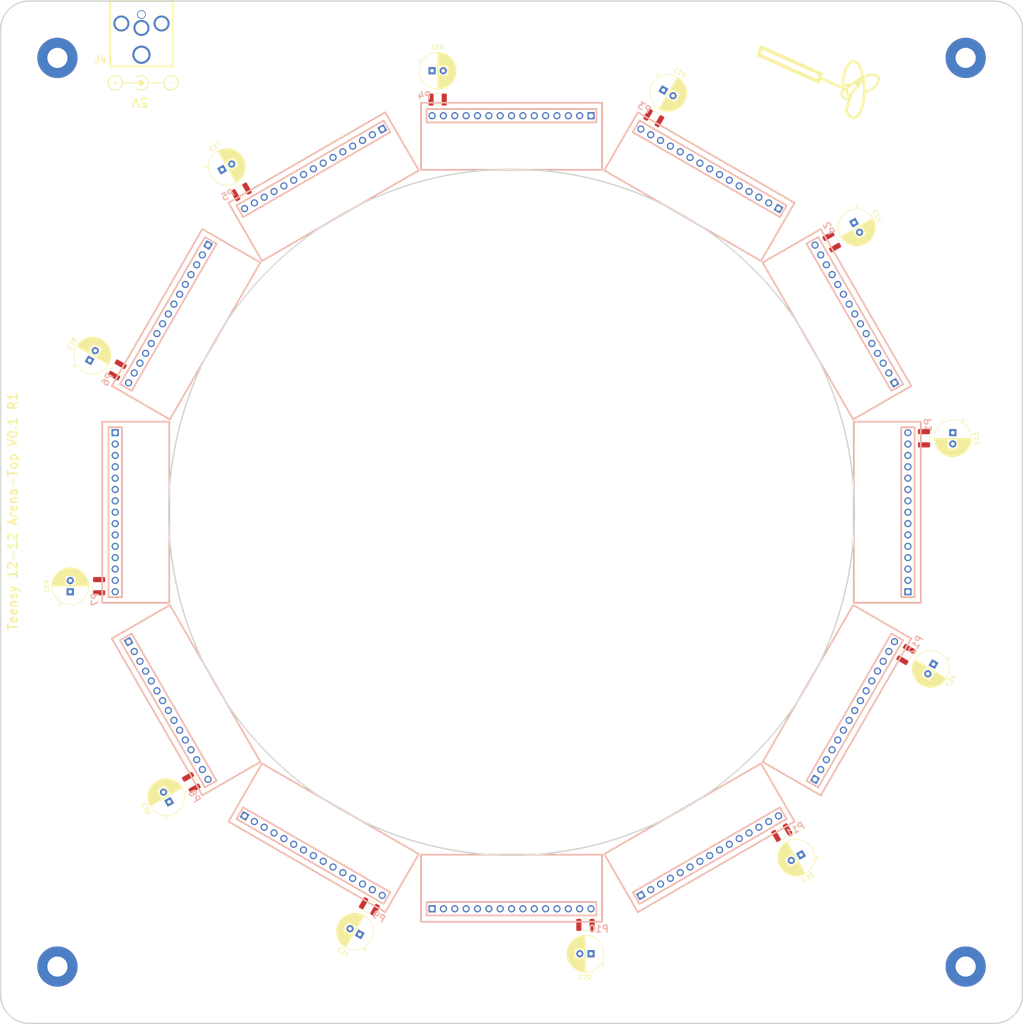
<source format=kicad_pcb>
(kicad_pcb (version 20240108) (generator "pcbnew") (generator_version "8.0")
  (layers (0 "F.Cu" signal) (1 "In1.Cu" power) (2 "In2.Cu" power) (3 "In3.Cu" power) (4 "In4.Cu" power) (31 "B.Cu" signal) (34 "B.Paste" user) (35 "F.Paste" user) (36 "B.SilkS" user "B.Silkscreen") (37 "F.SilkS" user "F.Silkscreen") (38 "B.Mask" user) (39 "F.Mask" user) (44 "Edge.Cuts" user))
  (net 0 "")
  (net 1 "+5V")
  (net 15 "GND")
  (footprint "Capacitor_THT:CP_Radial_D8.0mm_P2.50mm" (layer "F.Cu") (at 160.02 79.070199)
    (property "Reference" "C16" (at 1.25 -5.25 0) (layer "F.SilkS"))
    (property "Value" "C_Polarized")
    (pad "1" thru_hole rect (at 0 0) (size 1.6 1.6) (drill 0.8) (layers "*.Cu" "*.Mask") (net 1 "+5V"))
    (pad "2" thru_hole circle (at 2.5 0) (size 1.6 1.6) (drill 0.8) (layers "*.Cu" "*.Mask") (net 15 "GND"))
  )
  (footprint "Capacitor_SMD:C_1210_3225Metric" (layer "F.Cu") (at 209.617465 89.616133 -30)
    (property "Reference" "C3" (hide yes))
    (property "Value" "100uF" (hide yes))
    (pad "1" smd roundrect (at -1.475 0 330) (size 1.15 2.7) (layers "F.Cu" "F.Paste" "F.Mask") (roundrect_rratio 0.217391) (net 1 "+5V"))
    (pad "2" smd roundrect (at 1.475 0 330) (size 1.15 2.7) (layers "F.Cu" "F.Paste" "F.Mask") (roundrect_rratio 0.217391) (net 15 "GND"))
  )
  (footprint "MountingHole:MountingHole_4.5mm_Pad" (layer "F.Cu") (at 76.2 76.2)
    (property "Reference" "H1" (hide yes))
    (property "Value" "MountingHole_Pad" (hide yes))
    (pad "1" thru_hole circle (at 0 0) (size 9 9) (drill 4.5) (layers "*.Cu" "*.Mask") (net 15 "GND"))
  )
  (footprint "arena_custom:DCJACK_2PIN_HIGHCURRENT" (layer "F.Cu") (at 95 63.5028)
    (property "Reference" "J4" (at -9.1988 13.1036 180) (layer "F.SilkS") (effects (font (size 1.524 1.524) (thickness 0.3048))))
    (property "Value" "Barrel_Jack" (hide yes))
    (pad "" thru_hole circle (at -4.4958 5.0038) (size 3.556 3.556) (drill 2.6924) (layers "*.Cu" "*.Mask"))
    (pad "" thru_hole circle (at 0 2.9972) (size 1.9304 1.9304) (drill 1.6002) (layers "*.Cu" "*.Mask"))
    (pad "" thru_hole circle (at 4.4958 5.0038) (size 3.556 3.556) (drill 2.6924) (layers "*.Cu" "*.Mask"))
    (pad "1" thru_hole circle (at 0 11.9888) (size 4.064 4.064) (drill 3.1496) (layers "*.Cu" "*.Mask") (net 1 "+5V"))
    (pad "2" thru_hole circle (at 0 5.9944) (size 3.556 3.556) (drill 2.6924) (layers "*.Cu" "*.Mask") (net 15 "GND"))
  )
  (footprint "Capacitor_THT:CP_Radial_D8.0mm_P2.50mm" (layer "F.Cu") (at 272.192515 211.766968 -120)
    (property "Reference" "C24" (at 1.25 -5.25 -120) (layer "F.SilkS"))
    (property "Value" "C_Polarized")
    (pad "1" thru_hole rect (at 0 0 240) (size 1.6 1.6) (drill 0.8) (layers "*.Cu" "*.Mask") (net 1 "+5V"))
    (pad "2" thru_hole circle (at 2.5 0 240) (size 1.6 1.6) (drill 0.8) (layers "*.Cu" "*.Mask") (net 15 "GND"))
  )
  (footprint "Capacitor_SMD:C_1210_3225Metric" (layer "F.Cu") (at 161.2628 85.521799)
    (property "Reference" "C4" (hide yes))
    (property "Value" "100uF" (hide yes))
    (pad "1" smd roundrect (at -1.475 0) (size 1.15 2.7) (layers "F.Cu" "F.Paste" "F.Mask") (roundrect_rratio 0.217391) (net 1 "+5V"))
    (pad "2" smd roundrect (at 1.475 0) (size 1.15 2.7) (layers "F.Cu" "F.Paste" "F.Mask") (roundrect_rratio 0.217391) (net 15 "GND"))
  )
  (footprint "Capacitor_SMD:C_1210_3225Metric" (layer "F.Cu") (at 265.983866 209.617465 -120)
    (property "Reference" "C12" (hide yes))
    (property "Value" "100uF" (hide yes))
    (pad "1" smd roundrect (at -1.475 0 240) (size 1.15 2.7) (layers "F.Cu" "F.Paste" "F.Mask") (roundrect_rratio 0.217391) (net 1 "+5V"))
    (pad "2" smd roundrect (at 1.475 0 240) (size 1.15 2.7) (layers "F.Cu" "F.Paste" "F.Mask") (roundrect_rratio 0.217391) (net 15 "GND"))
  )
  (footprint "Capacitor_THT:CP_Radial_D8.0mm_P2.50mm" (layer "F.Cu") (at 242.562832 254.412515 -150)
    (property "Reference" "C23" (at 1.25 -5.25 -150) (layer "F.SilkS"))
    (property "Value" "C_Polarized")
    (pad "1" thru_hole rect (at 0 0 210) (size 1.6 1.6) (drill 0.8) (layers "*.Cu" "*.Mask") (net 1 "+5V"))
    (pad "2" thru_hole circle (at 2.5 0 210) (size 1.6 1.6) (drill 0.8) (layers "*.Cu" "*.Mask") (net 15 "GND"))
  )
  (footprint "Capacitor_SMD:C_1210_3225Metric" (layer "F.Cu") (at 106.153333 238.260735 120)
    (property "Reference" "C8" (hide yes))
    (property "Value" "100uF" (hide yes))
    (pad "1" smd roundrect (at -1.475 0 120) (size 1.15 2.7) (layers "F.Cu" "F.Paste" "F.Mask") (roundrect_rratio 0.217391) (net 1 "+5V"))
    (pad "2" smd roundrect (at 1.475 0 120) (size 1.15 2.7) (layers "F.Cu" "F.Paste" "F.Mask") (roundrect_rratio 0.217391) (net 15 "GND"))
  )
  (footprint "Capacitor_THT:CP_Radial_D8.0mm_P2.50mm" (layer "F.Cu") (at 79.070199 195.58 90)
    (property "Reference" "C19" (at 1.25 -5.25 90) (layer "F.SilkS"))
    (property "Value" "C_Polarized")
    (pad "1" thru_hole rect (at 0 0 90) (size 1.6 1.6) (drill 0.8) (layers "*.Cu" "*.Mask") (net 1 "+5V"))
    (pad "2" thru_hole circle (at 2.5 0 90) (size 1.6 1.6) (drill 0.8) (layers "*.Cu" "*.Mask") (net 15 "GND"))
  )
  (footprint "Capacitor_THT:CP_Radial_D8.0mm_P2.50mm" (layer "F.Cu") (at 143.833031 272.192515 150)
    (property "Reference" "C21" (at 1.25 -5.25 150) (layer "F.SilkS"))
    (property "Value" "C_Polarized")
    (pad "1" thru_hole rect (at 0 0 150) (size 1.6 1.6) (drill 0.8) (layers "*.Cu" "*.Mask") (net 1 "+5V"))
    (pad "2" thru_hole circle (at 2.5 0 150) (size 1.6 1.6) (drill 0.8) (layers "*.Cu" "*.Mask") (net 15 "GND"))
  )
  (footprint "Capacitor_THT:CP_Radial_D8.0mm_P2.50mm" (layer "F.Cu") (at 195.579999 276.5298 180)
    (property "Reference" "C22" (at 1.25 -5.25 180) (layer "F.SilkS"))
    (property "Value" "C_Polarized")
    (pad "1" thru_hole rect (at 0 0 180) (size 1.6 1.6) (drill 0.8) (layers "*.Cu" "*.Mask") (net 1 "+5V"))
    (pad "2" thru_hole circle (at 2.5 0 180) (size 1.6 1.6) (drill 0.8) (layers "*.Cu" "*.Mask") (net 15 "GND"))
  )
  (footprint "MountingHole:MountingHole_4.5mm_Pad" (layer "F.Cu") (at 279.4 279.4)
    (property "Reference" "H3" (hide yes))
    (property "Value" "MountingHole_Pad" (hide yes))
    (pad "1" thru_hole circle (at 0 0) (size 9 9) (drill 4.5) (layers "*.Cu" "*.Mask") (net 15 "GND"))
  )
  (footprint "MountingHole:MountingHole_4.5mm_Pad" (layer "F.Cu") (at 76.2 279.4)
    (property "Reference" "H4" (hide yes))
    (property "Value" "MountingHole_Pad" (hide yes))
    (pad "1" thru_hole circle (at 0 0) (size 9 9) (drill 4.5) (layers "*.Cu" "*.Mask") (net 15 "GND"))
  )
  (footprint "Capacitor_SMD:C_1210_3225Metric" (layer "F.Cu") (at 117.339264 106.153333 30)
    (property "Reference" "C5" (hide yes))
    (property "Value" "100uF" (hide yes))
    (pad "1" smd roundrect (at -1.475 0 30) (size 1.15 2.7) (layers "F.Cu" "F.Paste" "F.Mask") (roundrect_rratio 0.217391) (net 1 "+5V"))
    (pad "2" smd roundrect (at 1.475 0 30) (size 1.15 2.7) (layers "F.Cu" "F.Paste" "F.Mask") (roundrect_rratio 0.217391) (net 15 "GND"))
  )
  (footprint "Capacitor_SMD:C_1210_3225Metric" (layer "F.Cu") (at 238.260735 249.446666 -150)
    (property "Reference" "C11" (hide yes))
    (property "Value" "100uF" (hide yes))
    (pad "1" smd roundrect (at -1.475 0 210) (size 1.15 2.7) (layers "F.Cu" "F.Paste" "F.Mask") (roundrect_rratio 0.217391) (net 1 "+5V"))
    (pad "2" smd roundrect (at 1.475 0 210) (size 1.15 2.7) (layers "F.Cu" "F.Paste" "F.Mask") (roundrect_rratio 0.217391) (net 15 "GND"))
  )
  (footprint "Capacitor_SMD:C_1210_3225Metric" (layer "F.Cu") (at 270.0782 161.2628 -90)
    (property "Reference" "C1" (hide yes))
    (property "Value" "100uF" (hide yes))
    (pad "1" smd roundrect (at -1.475 0 270) (size 1.15 2.7) (layers "F.Cu" "F.Paste" "F.Mask") (roundrect_rratio 0.217391) (net 1 "+5V"))
    (pad "2" smd roundrect (at 1.475 0 270) (size 1.15 2.7) (layers "F.Cu" "F.Paste" "F.Mask") (roundrect_rratio 0.217391) (net 15 "GND"))
  )
  (footprint "Capacitor_SMD:C_1210_3225Metric" (layer "F.Cu") (at 249.446666 117.339264 -60)
    (property "Reference" "C2" (hide yes))
    (property "Value" "100uF" (hide yes))
    (pad "1" smd roundrect (at -1.475 0 300) (size 1.15 2.7) (layers "F.Cu" "F.Paste" "F.Mask") (roundrect_rratio 0.217391) (net 1 "+5V"))
    (pad "2" smd roundrect (at 1.475 0 300) (size 1.15 2.7) (layers "F.Cu" "F.Paste" "F.Mask") (roundrect_rratio 0.217391) (net 15 "GND"))
  )
  (footprint "Capacitor_THT:CP_Radial_D8.0mm_P2.50mm" (layer "F.Cu") (at 254.412515 113.037167 -60)
    (property "Reference" "C14" (at 1.25 -5.25 -60) (layer "F.SilkS"))
    (property "Value" "C_Polarized")
    (pad "1" thru_hole rect (at 0 0 300) (size 1.6 1.6) (drill 0.8) (layers "*.Cu" "*.Mask") (net 1 "+5V"))
    (pad "2" thru_hole circle (at 2.5 0 300) (size 1.6 1.6) (drill 0.8) (layers "*.Cu" "*.Mask") (net 15 "GND"))
  )
  (footprint "MountingHole:MountingHole_4.5mm_Pad" (layer "F.Cu") (at 279.4 76.2)
    (property "Reference" "H2" (hide yes))
    (property "Value" "MountingHole_Pad" (hide yes))
    (pad "1" thru_hole circle (at 0 0) (size 9 9) (drill 4.5) (layers "*.Cu" "*.Mask") (net 15 "GND"))
  )
  (footprint "Capacitor_THT:CP_Radial_D8.0mm_P2.50mm" (layer "F.Cu") (at 83.407484 143.833031 60)
    (property "Reference" "C18" (at 1.25 -5.25 60) (layer "F.SilkS"))
    (property "Value" "C_Polarized")
    (pad "1" thru_hole rect (at 0 0 60) (size 1.6 1.6) (drill 0.8) (layers "*.Cu" "*.Mask") (net 1 "+5V"))
    (pad "2" thru_hole circle (at 2.5 0 60) (size 1.6 1.6) (drill 0.8) (layers "*.Cu" "*.Mask") (net 15 "GND"))
  )
  (footprint "Capacitor_THT:CP_Radial_D8.0mm_P2.50mm" (layer "F.Cu") (at 113.037167 101.187484 30)
    (property "Reference" "C17" (at 1.25 -5.25 30) (layer "F.SilkS"))
    (property "Value" "C_Polarized")
    (pad "1" thru_hole rect (at 0 0 30) (size 1.6 1.6) (drill 0.8) (layers "*.Cu" "*.Mask") (net 1 "+5V"))
    (pad "2" thru_hole circle (at 2.5 0 30) (size 1.6 1.6) (drill 0.8) (layers "*.Cu" "*.Mask") (net 15 "GND"))
  )
  (footprint "Capacitor_THT:CP_Radial_D8.0mm_P2.50mm" (layer "F.Cu") (at 101.187484 242.562832 120)
    (property "Reference" "C20" (at 1.25 -5.25 120) (layer "F.SilkS"))
    (property "Value" "C_Polarized")
    (pad "1" thru_hole rect (at 0 0 120) (size 1.6 1.6) (drill 0.8) (layers "*.Cu" "*.Mask") (net 1 "+5V"))
    (pad "2" thru_hole circle (at 2.5 0 120) (size 1.6 1.6) (drill 0.8) (layers "*.Cu" "*.Mask") (net 15 "GND"))
  )
  (footprint "Capacitor_SMD:C_1210_3225Metric" (layer "F.Cu") (at 89.616133 145.982534 60)
    (property "Reference" "C6" (hide yes))
    (property "Value" "100uF" (hide yes))
    (pad "1" smd roundrect (at -1.475 0 60) (size 1.15 2.7) (layers "F.Cu" "F.Paste" "F.Mask") (roundrect_rratio 0.217391) (net 1 "+5V"))
    (pad "2" smd roundrect (at 1.475 0 60) (size 1.15 2.7) (layers "F.Cu" "F.Paste" "F.Mask") (roundrect_rratio 0.217391) (net 15 "GND"))
  )
  (footprint "Capacitor_SMD:C_1210_3225Metric" (layer "F.Cu") (at 194.3372 270.0782 180)
    (property "Reference" "C10" (hide yes))
    (property "Value" "100uF" (hide yes))
    (pad "1" smd roundrect (at -1.475 0 180) (size 1.15 2.7) (layers "F.Cu" "F.Paste" "F.Mask") (roundrect_rratio 0.217391) (net 1 "+5V"))
    (pad "2" smd roundrect (at 1.475 0 180) (size 1.15 2.7) (layers "F.Cu" "F.Paste" "F.Mask") (roundrect_rratio 0.217391) (net 15 "GND"))
  )
  (footprint "Capacitor_SMD:C_1210_3225Metric" (layer "F.Cu") (at 145.982534 265.983866 150)
    (property "Reference" "C9" (hide yes))
    (property "Value" "100uF" (hide yes))
    (pad "1" smd roundrect (at -1.475 0 150) (size 1.15 2.7) (layers "F.Cu" "F.Paste" "F.Mask") (roundrect_rratio 0.217391) (net 1 "+5V"))
    (pad "2" smd roundrect (at 1.475 0 150) (size 1.15 2.7) (layers "F.Cu" "F.Paste" "F.Mask") (roundrect_rratio 0.217391) (net 15 "GND"))
  )
  (footprint "Capacitor_SMD:C_1210_3225Metric" (layer "F.Cu") (at 85.521799 194.3372 90)
    (property "Reference" "C7" (hide yes))
    (property "Value" "100uF" (hide yes))
    (pad "1" smd roundrect (at -1.475 0 90) (size 1.15 2.7) (layers "F.Cu" "F.Paste" "F.Mask") (roundrect_rratio 0.217391) (net 1 "+5V"))
    (pad "2" smd roundrect (at 1.475 0 90) (size 1.15 2.7) (layers "F.Cu" "F.Paste" "F.Mask") (roundrect_rratio 0.217391) (net 15 "GND"))
  )
  (footprint "Capacitor_THT:CP_Radial_D8.0mm_P2.50mm" (layer "F.Cu") (at 211.766968 83.407484 -30)
    (property "Reference" "C15" (at 1.25 -5.25 -30) (layer "F.SilkS"))
    (property "Value" "C_Polarized")
    (pad "1" thru_hole rect (at 0 0 330) (size 1.6 1.6) (drill 0.8) (layers "*.Cu" "*.Mask") (net 1 "+5V"))
    (pad "2" thru_hole circle (at 2.5 0 330) (size 1.6 1.6) (drill 0.8) (layers "*.Cu" "*.Mask") (net 15 "GND"))
  )
  (footprint "Capacitor_THT:CP_Radial_D8.0mm_P2.50mm" (layer "F.Cu") (at 276.5298 160.02 -90)
    (property "Reference" "C13" (at 1.25 -5.25 90) (layer "F.SilkS"))
    (property "Value" "C_Polarized" (hide yes))
    (pad "1" thru_hole rect (at 0 0 270) (size 1.6 1.6) (drill 0.8) (layers "*.Cu" "*.Mask") (net 1 "+5V"))
    (pad "2" thru_hole circle (at 2.5 0 270) (size 1.6 1.6) (drill 0.8) (layers "*.Cu" "*.Mask") (net 15 "GND"))
  )
  (footprint "arena_custom:HEADER_TOP" (layer "B.Cu") (at 177.799999 266.474028)
    (property "Reference" "P10" (at 19.5 4.5 0) (layer "B.SilkS") (effects (font (size 1.524 1.524) (thickness 0.3048)) (justify mirror)))
    (property "Value" "CONN15" (hide yes))
    (pad "1" thru_hole rect (at -17.78 0) (size 1.6 1.6) (drill 1.016) (layers "*.Cu" "*.Mask"))
    (pad "2" thru_hole circle (at -15.24 0) (size 1.6 1.6) (drill 1.016) (layers "*.Cu" "*.Mask"))
    (pad "3" thru_hole circle (at -12.7 0) (size 1.6 1.6) (drill 1.016) (layers "*.Cu" "*.Mask"))
    (pad "4" thru_hole circle (at -10.16 0) (size 1.6 1.6) (drill 1.016) (layers "*.Cu" "*.Mask"))
    (pad "5" thru_hole circle (at -7.62 0) (size 1.6 1.6) (drill 1.016) (layers "*.Cu" "*.Mask"))
    (pad "6" thru_hole circle (at -5.08 0) (size 1.6 1.6) (drill 1.016) (layers "*.Cu" "*.Mask"))
    (pad "7" thru_hole circle (at -2.54 0) (size 1.6 1.6) (drill 1.016) (layers "*.Cu" "*.Mask"))
    (pad "8" thru_hole circle (at 0 0) (size 1.6 1.6) (drill 1.016) (layers "*.Cu" "*.Mask"))
    (pad "9" thru_hole circle (at 2.54 0) (size 1.6 1.6) (drill 1.016) (layers "*.Cu" "*.Mask"))
    (pad "10" thru_hole circle (at 5.08 0) (size 1.6 1.6) (drill 1.016) (layers "*.Cu" "*.Mask"))
    (pad "11" thru_hole circle (at 7.62 0) (size 1.6 1.6) (drill 1.016) (layers "*.Cu" "*.Mask"))
    (pad "12" thru_hole circle (at 10.16 0) (size 1.6 1.6) (drill 1.016) (layers "*.Cu" "*.Mask"))
    (pad "13" thru_hole circle (at 12.7 0) (size 1.6 1.6) (drill 1.016) (layers "*.Cu" "*.Mask"))
    (pad "14" thru_hole circle (at 15.24 0) (size 1.6 1.6) (drill 1.016) (layers "*.Cu" "*.Mask") (net 15 "GND"))
    (pad "15" thru_hole circle (at 17.78 0) (size 1.6 1.6) (drill 1.016) (layers "*.Cu" "*.Mask") (net 1 "+5V"))
  )
  (footprint "arena_custom:HEADER_TOP" (layer "B.Cu") (at 254.593961 222.137014 60)
    (property "Reference" "P12" (at 19.5 4.5 -120) (layer "B.SilkS") (effects (font (size 1.524 1.524) (thickness 0.3048)) (justify mirror)))
    (property "Value" "CONN15" (hide yes))
    (pad "1" thru_hole rect (at -17.78 0 60) (size 1.6 1.6) (drill 1.016) (layers "*.Cu" "*.Mask"))
    (pad "2" thru_hole circle (at -15.24 0 60) (size 1.6 1.6) (drill 1.016) (layers "*.Cu" "*.Mask"))
    (pad "3" thru_hole circle (at -12.7 0 60) (size 1.6 1.6) (drill 1.016) (layers "*.Cu" "*.Mask"))
    (pad "4" thru_hole circle (at -10.16 0 60) (size 1.6 1.6) (drill 1.016) (layers "*.Cu" "*.Mask"))
    (pad "5" thru_hole circle (at -7.62 0 60) (size 1.6 1.6) (drill 1.016) (layers "*.Cu" "*.Mask"))
    (pad "6" thru_hole circle (at -5.08 0 60) (size 1.6 1.6) (drill 1.016) (layers "*.Cu" "*.Mask"))
    (pad "7" thru_hole circle (at -2.54 0 60) (size 1.6 1.6) (drill 1.016) (layers "*.Cu" "*.Mask"))
    (pad "8" thru_hole circle (at 0 0 60) (size 1.6 1.6) (drill 1.016) (layers "*.Cu" "*.Mask"))
    (pad "9" thru_hole circle (at 2.54 0 60) (size 1.6 1.6) (drill 1.016) (layers "*.Cu" "*.Mask"))
    (pad "10" thru_hole circle (at 5.08 0 60) (size 1.6 1.6) (drill 1.016) (layers "*.Cu" "*.Mask"))
    (pad "11" thru_hole circle (at 7.62 0 60) (size 1.6 1.6) (drill 1.016) (layers "*.Cu" "*.Mask"))
    (pad "12" thru_hole circle (at 10.16 0 60) (size 1.6 1.6) (drill 1.016) (layers "*.Cu" "*.Mask"))
    (pad "13" thru_hole circle (at 12.7 0 60) (size 1.6 1.6) (drill 1.016) (layers "*.Cu" "*.Mask"))
    (pad "14" thru_hole circle (at 15.24 0 60) (size 1.6 1.6) (drill 1.016) (layers "*.Cu" "*.Mask") (net 15 "GND"))
    (pad "15" thru_hole circle (at 17.78 0 60) (size 1.6 1.6) (drill 1.016) (layers "*.Cu" "*.Mask") (net 1 "+5V"))
  )
  (footprint "arena_custom:HEADER_TOP" (layer "B.Cu") (at 89.125971 177.8 -90)
    (property "Reference" "P7" (at 19.5 4.5 -90) (layer "B.SilkS") (effects (font (size 1.524 1.524) (thickness 0.3048)) (justify mirror)))
    (property "Value" "CONN15" (hide yes))
    (pad "1" thru_hole rect (at -17.78 0 270) (size 1.6 1.6) (drill 1.016) (layers "*.Cu" "*.Mask"))
    (pad "2" thru_hole circle (at -15.24 0 270) (size 1.6 1.6) (drill 1.016) (layers "*.Cu" "*.Mask"))
    (pad "3" thru_hole circle (at -12.7 0 270) (size 1.6 1.6) (drill 1.016) (layers "*.Cu" "*.Mask"))
    (pad "4" thru_hole circle (at -10.16 0 270) (size 1.6 1.6) (drill 1.016) (layers "*.Cu" "*.Mask"))
    (pad "5" thru_hole circle (at -7.62 0 270) (size 1.6 1.6) (drill 1.016) (layers "*.Cu" "*.Mask"))
    (pad "6" thru_hole circle (at -5.08 0 270) (size 1.6 1.6) (drill 1.016) (layers "*.Cu" "*.Mask"))
    (pad "7" thru_hole circle (at -2.54 0 270) (size 1.6 1.6) (drill 1.016) (layers "*.Cu" "*.Mask"))
    (pad "8" thru_hole circle (at 0 0 270) (size 1.6 1.6) (drill 1.016) (layers "*.Cu" "*.Mask"))
    (pad "9" thru_hole circle (at 2.54 0 270) (size 1.6 1.6) (drill 1.016) (layers "*.Cu" "*.Mask"))
    (pad "10" thru_hole circle (at 5.08 0 270) (size 1.6 1.6) (drill 1.016) (layers "*.Cu" "*.Mask"))
    (pad "11" thru_hole circle (at 7.62 0 270) (size 1.6 1.6) (drill 1.016) (layers "*.Cu" "*.Mask"))
    (pad "12" thru_hole circle (at 10.16 0 270) (size 1.6 1.6) (drill 1.016) (layers "*.Cu" "*.Mask"))
    (pad "13" thru_hole circle (at 12.7 0 270) (size 1.6 1.6) (drill 1.016) (layers "*.Cu" "*.Mask"))
    (pad "14" thru_hole circle (at 15.24 0 270) (size 1.6 1.6) (drill 1.016) (layers "*.Cu" "*.Mask") (net 15 "GND"))
    (pad "15" thru_hole circle (at 17.78 0 270) (size 1.6 1.6) (drill 1.016) (layers "*.Cu" "*.Mask") (net 1 "+5V"))
  )
  (footprint "arena_custom:HEADER_TOP" (layer "B.Cu") (at 133.462985 254.593961 -30)
    (property "Reference" "P9" (at 19.5 4.5 -30) (layer "B.SilkS") (effects (font (size 1.524 1.524) (thickness 0.3048)) (justify mirror)))
    (property "Value" "CONN15" (hide yes))
    (pad "1" thru_hole rect (at -17.78 0 330) (size 1.6 1.6) (drill 1.016) (layers "*.Cu" "*.Mask"))
    (pad "2" thru_hole circle (at -15.24 0 330) (size 1.6 1.6) (drill 1.016) (layers "*.Cu" "*.Mask"))
    (pad "3" thru_hole circle (at -12.7 0 330) (size 1.6 1.6) (drill 1.016) (layers "*.Cu" "*.Mask"))
    (pad "4" thru_hole circle (at -10.16 0 330) (size 1.6 1.6) (drill 1.016) (layers "*.Cu" "*.Mask"))
    (pad "5" thru_hole circle (at -7.62 0 330) (size 1.6 1.6) (drill 1.016) (layers "*.Cu" "*.Mask"))
    (pad "6" thru_hole circle (at -5.08 0 330) (size 1.6 1.6) (drill 1.016) (layers "*.Cu" "*.Mask"))
    (pad "7" thru_hole circle (at -2.54 0 330) (size 1.6 1.6) (drill 1.016) (layers "*.Cu" "*.Mask"))
    (pad "8" thru_hole circle (at 0 0 330) (size 1.6 1.6) (drill 1.016) (layers "*.Cu" "*.Mask"))
    (pad "9" thru_hole circle (at 2.54 0 330) (size 1.6 1.6) (drill 1.016) (layers "*.Cu" "*.Mask"))
    (pad "10" thru_hole circle (at 5.08 0 330) (size 1.6 1.6) (drill 1.016) (layers "*.Cu" "*.Mask"))
    (pad "11" thru_hole circle (at 7.62 0 330) (size 1.6 1.6) (drill 1.016) (layers "*.Cu" "*.Mask"))
    (pad "12" thru_hole circle (at 10.16 0 330) (size 1.6 1.6) (drill 1.016) (layers "*.Cu" "*.Mask"))
    (pad "13" thru_hole circle (at 12.7 0 330) (size 1.6 1.6) (drill 1.016) (layers "*.Cu" "*.Mask"))
    (pad "14" thru_hole circle (at 15.24 0 330) (size 1.6 1.6) (drill 1.016) (layers "*.Cu" "*.Mask") (net 15 "GND"))
    (pad "15" thru_hole circle (at 17.78 0 330) (size 1.6 1.6) (drill 1.016) (layers "*.Cu" "*.Mask") (net 1 "+5V"))
  )
  (footprint "arena_custom:HEADER_TOP" (layer "B.Cu") (at 222.137014 254.593961 30)
    (property "Reference" "P11" (at 19.5 4.5 -150) (layer "B.SilkS") (effects (font (size 1.524 1.524) (thickness 0.3048)) (justify mirror)))
    (property "Value" "CONN15" (hide yes))
    (pad "1" thru_hole rect (at -17.78 0 30) (size 1.6 1.6) (drill 1.016) (layers "*.Cu" "*.Mask"))
    (pad "2" thru_hole circle (at -15.24 0 30) (size 1.6 1.6) (drill 1.016) (layers "*.Cu" "*.Mask"))
    (pad "3" thru_hole circle (at -12.7 0 30) (size 1.6 1.6) (drill 1.016) (layers "*.Cu" "*.Mask"))
    (pad "4" thru_hole circle (at -10.16 0 30) (size 1.6 1.6) (drill 1.016) (layers "*.Cu" "*.Mask"))
    (pad "5" thru_hole circle (at -7.62 0 30) (size 1.6 1.6) (drill 1.016) (layers "*.Cu" "*.Mask"))
    (pad "6" thru_hole circle (at -5.08 0 30) (size 1.6 1.6) (drill 1.016) (layers "*.Cu" "*.Mask"))
    (pad "7" thru_hole circle (at -2.54 0 30) (size 1.6 1.6) (drill 1.016) (layers "*.Cu" "*.Mask"))
    (pad "8" thru_hole circle (at 0 0 30) (size 1.6 1.6) (drill 1.016) (layers "*.Cu" "*.Mask"))
    (pad "9" thru_hole circle (at 2.54 0 30) (size 1.6 1.6) (drill 1.016) (layers "*.Cu" "*.Mask"))
    (pad "10" thru_hole circle (at 5.08 0 30) (size 1.6 1.6) (drill 1.016) (layers "*.Cu" "*.Mask"))
    (pad "11" thru_hole circle (at 7.62 0 30) (size 1.6 1.6) (drill 1.016) (layers "*.Cu" "*.Mask"))
    (pad "12" thru_hole circle (at 10.16 0 30) (size 1.6 1.6) (drill 1.016) (layers "*.Cu" "*.Mask"))
    (pad "13" thru_hole circle (at 12.7 0 30) (size 1.6 1.6) (drill 1.016) (layers "*.Cu" "*.Mask"))
    (pad "14" thru_hole circle (at 15.24 0 30) (size 1.6 1.6) (drill 1.016) (layers "*.Cu" "*.Mask") (net 15 "GND"))
    (pad "15" thru_hole circle (at 17.78 0 30) (size 1.6 1.6) (drill 1.016) (layers "*.Cu" "*.Mask") (net 1 "+5V"))
  )
  (footprint "arena_custom:HEADER_TOP" (layer "B.Cu") (at 133.462985 101.006038 -150)
    (property "Reference" "P5" (at 19.5 4.5 -150) (layer "B.SilkS") (effects (font (size 1.524 1.524) (thickness 0.3048)) (justify mirror)))
    (property "Value" "CONN15" (hide yes))
    (pad "1" thru_hole rect (at -17.78 0 210) (size 1.6 1.6) (drill 1.016) (layers "*.Cu" "*.Mask"))
    (pad "2" thru_hole circle (at -15.24 0 210) (size 1.6 1.6) (drill 1.016) (layers "*.Cu" "*.Mask"))
    (pad "3" thru_hole circle (at -12.7 0 210) (size 1.6 1.6) (drill 1.016) (layers "*.Cu" "*.Mask"))
    (pad "4" thru_hole circle (at -10.16 0 210) (size 1.6 1.6) (drill 1.016) (layers "*.Cu" "*.Mask"))
    (pad "5" thru_hole circle (at -7.62 0 210) (size 1.6 1.6) (drill 1.016) (layers "*.Cu" "*.Mask"))
    (pad "6" thru_hole circle (at -5.08 0 210) (size 1.6 1.6) (drill 1.016) (layers "*.Cu" "*.Mask"))
    (pad "7" thru_hole circle (at -2.54 0 210) (size 1.6 1.6) (drill 1.016) (layers "*.Cu" "*.Mask"))
    (pad "8" thru_hole circle (at 0 0 210) (size 1.6 1.6) (drill 1.016) (layers "*.Cu" "*.Mask"))
    (pad "9" thru_hole circle (at 2.54 0 210) (size 1.6 1.6) (drill 1.016) (layers "*.Cu" "*.Mask"))
    (pad "10" thru_hole circle (at 5.08 0 210) (size 1.6 1.6) (drill 1.016) (layers "*.Cu" "*.Mask"))
    (pad "11" thru_hole circle (at 7.62 0 210) (size 1.6 1.6) (drill 1.016) (layers "*.Cu" "*.Mask"))
    (pad "12" thru_hole circle (at 10.16 0 210) (size 1.6 1.6) (drill 1.016) (layers "*.Cu" "*.Mask"))
    (pad "13" thru_hole circle (at 12.7 0 210) (size 1.6 1.6) (drill 1.016) (layers "*.Cu" "*.Mask"))
    (pad "14" thru_hole circle (at 15.24 0 210) (size 1.6 1.6) (drill 1.016) (layers "*.Cu" "*.Mask") (net 15 "GND"))
    (pad "15" thru_hole circle (at 17.78 0 210) (size 1.6 1.6) (drill 1.016) (layers "*.Cu" "*.Mask") (net 1 "+5V"))
  )
  (footprint "arena_custom:HEADER_TOP" (layer "B.Cu") (at 177.8 89.125971 180)
    (property "Reference" "P4" (at 19.5 4.5 0) (layer "B.SilkS") (effects (font (size 1.524 1.524) (thickness 0.3048)) (justify mirror)))
    (property "Value" "CONN15" (hide yes))
    (pad "1" thru_hole rect (at -17.78 0 180) (size 1.6 1.6) (drill 1.016) (layers "*.Cu" "*.Mask"))
    (pad "2" thru_hole circle (at -15.24 0 180) (size 1.6 1.6) (drill 1.016) (layers "*.Cu" "*.Mask"))
    (pad "3" thru_hole circle (at -12.7 0 180) (size 1.6 1.6) (drill 1.016) (layers "*.Cu" "*.Mask"))
    (pad "4" thru_hole circle (at -10.16 0 180) (size 1.6 1.6) (drill 1.016) (layers "*.Cu" "*.Mask"))
    (pad "5" thru_hole circle (at -7.62 0 180) (size 1.6 1.6) (drill 1.016) (layers "*.Cu" "*.Mask"))
    (pad "6" thru_hole circle (at -5.08 0 180) (size 1.6 1.6) (drill 1.016) (layers "*.Cu" "*.Mask"))
    (pad "7" thru_hole circle (at -2.54 0 180) (size 1.6 1.6) (drill 1.016) (layers "*.Cu" "*.Mask"))
    (pad "8" thru_hole circle (at 0 0 180) (size 1.6 1.6) (drill 1.016) (layers "*.Cu" "*.Mask"))
    (pad "9" thru_hole circle (at 2.54 0 180) (size 1.6 1.6) (drill 1.016) (layers "*.Cu" "*.Mask"))
    (pad "10" thru_hole circle (at 5.08 0 180) (size 1.6 1.6) (drill 1.016) (layers "*.Cu" "*.Mask"))
    (pad "11" thru_hole circle (at 7.62 0 180) (size 1.6 1.6) (drill 1.016) (layers "*.Cu" "*.Mask"))
    (pad "12" thru_hole circle (at 10.16 0 180) (size 1.6 1.6) (drill 1.016) (layers "*.Cu" "*.Mask"))
    (pad "13" thru_hole circle (at 12.7 0 180) (size 1.6 1.6) (drill 1.016) (layers "*.Cu" "*.Mask"))
    (pad "14" thru_hole circle (at 15.24 0 180) (size 1.6 1.6) (drill 1.016) (layers "*.Cu" "*.Mask") (net 15 "GND"))
    (pad "15" thru_hole circle (at 17.78 0 180) (size 1.6 1.6) (drill 1.016) (layers "*.Cu" "*.Mask") (net 1 "+5V"))
  )
  (footprint "arena_custom:HEADER_TOP" (layer "B.Cu") (at 266.474028 177.8 90)
    (property "Reference" "P1" (at 19.5 4.5 -90) (layer "B.SilkS") (effects (font (size 1.524 1.524) (thickness 0.3048)) (justify mirror)))
    (property "Value" "CONN15" (hide yes))
    (pad "1" thru_hole rect (at -17.78 0 90) (size 1.6 1.6) (drill 1.016) (layers "*.Cu" "*.Mask"))
    (pad "2" thru_hole circle (at -15.24 0 90) (size 1.6 1.6) (drill 1.016) (layers "*.Cu" "*.Mask"))
    (pad "3" thru_hole circle (at -12.7 0 90) (size 1.6 1.6) (drill 1.016) (layers "*.Cu" "*.Mask"))
    (pad "4" thru_hole circle (at -10.16 0 90) (size 1.6 1.6) (drill 1.016) (layers "*.Cu" "*.Mask"))
    (pad "5" thru_hole circle (at -7.62 0 90) (size 1.6 1.6) (drill 1.016) (layers "*.Cu" "*.Mask"))
    (pad "6" thru_hole circle (at -5.08 0 90) (size 1.6 1.6) (drill 1.016) (layers "*.Cu" "*.Mask"))
    (pad "7" thru_hole circle (at -2.54 0 90) (size 1.6 1.6) (drill 1.016) (layers "*.Cu" "*.Mask"))
    (pad "8" thru_hole circle (at 0 0 90) (size 1.6 1.6) (drill 1.016) (layers "*.Cu" "*.Mask"))
    (pad "9" thru_hole circle (at 2.54 0 90) (size 1.6 1.6) (drill 1.016) (layers "*.Cu" "*.Mask"))
    (pad "10" thru_hole circle (at 5.08 0 90) (size 1.6 1.6) (drill 1.016) (layers "*.Cu" "*.Mask"))
    (pad "11" thru_hole circle (at 7.62 0 90) (size 1.6 1.6) (drill 1.016) (layers "*.Cu" "*.Mask"))
    (pad "12" thru_hole circle (at 10.16 0 90) (size 1.6 1.6) (drill 1.016) (layers "*.Cu" "*.Mask"))
    (pad "13" thru_hole circle (at 12.7 0 90) (size 1.6 1.6) (drill 1.016) (layers "*.Cu" "*.Mask"))
    (pad "14" thru_hole circle (at 15.24 0 90) (size 1.6 1.6) (drill 1.016) (layers "*.Cu" "*.Mask") (net 15 "GND"))
    (pad "15" thru_hole circle (at 17.78 0 90) (size 1.6 1.6) (drill 1.016) (layers "*.Cu" "*.Mask") (net 1 "+5V"))
  )
  (footprint "arena_custom:HEADER_TOP" (layer "B.Cu") (at 101.006038 133.462985 -120)
    (property "Reference" "P6" (at 19.5 4.5 -120) (layer "B.SilkS") (effects (font (size 1.524 1.524) (thickness 0.3048)) (justify mirror)))
    (property "Value" "CONN15" (hide yes))
    (pad "1" thru_hole rect (at -17.78 0 240) (size 1.6 1.6) (drill 1.016) (layers "*.Cu" "*.Mask"))
    (pad "2" thru_hole circle (at -15.24 0 240) (size 1.6 1.6) (drill 1.016) (layers "*.Cu" "*.Mask"))
    (pad "3" thru_hole circle (at -12.7 0 240) (size 1.6 1.6) (drill 1.016) (layers "*.Cu" "*.Mask"))
    (pad "4" thru_hole circle (at -10.16 0 240) (size 1.6 1.6) (drill 1.016) (layers "*.Cu" "*.Mask"))
    (pad "5" thru_hole circle (at -7.62 0 240) (size 1.6 1.6) (drill 1.016) (layers "*.Cu" "*.Mask"))
    (pad "6" thru_hole circle (at -5.08 0 240) (size 1.6 1.6) (drill 1.016) (layers "*.Cu" "*.Mask"))
    (pad "7" thru_hole circle (at -2.54 0 240) (size 1.6 1.6) (drill 1.016) (layers "*.Cu" "*.Mask"))
    (pad "8" thru_hole circle (at 0 0 240) (size 1.6 1.6) (drill 1.016) (layers "*.Cu" "*.Mask"))
    (pad "9" thru_hole circle (at 2.54 0 240) (size 1.6 1.6) (drill 1.016) (layers "*.Cu" "*.Mask"))
    (pad "10" thru_hole circle (at 5.08 0 240) (size 1.6 1.6) (drill 1.016) (layers "*.Cu" "*.Mask"))
    (pad "11" thru_hole circle (at 7.62 0 240) (size 1.6 1.6) (drill 1.016) (layers "*.Cu" "*.Mask"))
    (pad "12" thru_hole circle (at 10.16 0 240) (size 1.6 1.6) (drill 1.016) (layers "*.Cu" "*.Mask"))
    (pad "13" thru_hole circle (at 12.7 0 240) (size 1.6 1.6) (drill 1.016) (layers "*.Cu" "*.Mask"))
    (pad "14" thru_hole circle (at 15.24 0 240) (size 1.6 1.6) (drill 1.016) (layers "*.Cu" "*.Mask") (net 15 "GND"))
    (pad "15" thru_hole circle (at 17.78 0 240) (size 1.6 1.6) (drill 1.016) (layers "*.Cu" "*.Mask") (net 1 "+5V"))
  )
  (footprint "arena_custom:HEADER_TOP" (layer "B.Cu") (at 101.006038 222.137014 -60)
    (property "Reference" "P8" (at 19.5 4.5 -60) (layer "B.SilkS") (effects (font (size 1.524 1.524) (thickness 0.3048)) (justify mirror)))
    (property "Value" "CONN15" (hide yes))
    (pad "1" thru_hole rect (at -17.78 0 300) (size 1.6 1.6) (drill 1.016) (layers "*.Cu" "*.Mask"))
    (pad "2" thru_hole circle (at -15.24 0 300) (size 1.6 1.6) (drill 1.016) (layers "*.Cu" "*.Mask"))
    (pad "3" thru_hole circle (at -12.7 0 300) (size 1.6 1.6) (drill 1.016) (layers "*.Cu" "*.Mask"))
    (pad "4" thru_hole circle (at -10.16 0 300) (size 1.6 1.6) (drill 1.016) (layers "*.Cu" "*.Mask"))
    (pad "5" thru_hole circle (at -7.62 0 300) (size 1.6 1.6) (drill 1.016) (layers "*.Cu" "*.Mask"))
    (pad "6" thru_hole circle (at -5.08 0 300) (size 1.6 1.6) (drill 1.016) (layers "*.Cu" "*.Mask"))
    (pad "7" thru_hole circle (at -2.54 0 300) (size 1.6 1.6) (drill 1.016) (layers "*.Cu" "*.Mask"))
    (pad "8" thru_hole circle (at 0 0 300) (size 1.6 1.6) (drill 1.016) (layers "*.Cu" "*.Mask"))
    (pad "9" thru_hole circle (at 2.54 0 300) (size 1.6 1.6) (drill 1.016) (layers "*.Cu" "*.Mask"))
    (pad "10" thru_hole circle (at 5.08 0 300) (size 1.6 1.6) (drill 1.016) (layers "*.Cu" "*.Mask"))
    (pad "11" thru_hole circle (at 7.62 0 300) (size 1.6 1.6) (drill 1.016) (layers "*.Cu" "*.Mask"))
    (pad "12" thru_hole circle (at 10.16 0 300) (size 1.6 1.6) (drill 1.016) (layers "*.Cu" "*.Mask"))
    (pad "13" thru_hole circle (at 12.7 0 300) (size 1.6 1.6) (drill 1.016) (layers "*.Cu" "*.Mask"))
    (pad "14" thru_hole circle (at 15.24 0 300) (size 1.6 1.6) (drill 1.016) (layers "*.Cu" "*.Mask") (net 15 "GND"))
    (pad "15" thru_hole circle (at 17.78 0 300) (size 1.6 1.6) (drill 1.016) (layers "*.Cu" "*.Mask") (net 1 "+5V"))
  )
  (footprint "arena_custom:HEADER_TOP" (layer "B.Cu") (at 254.593961 133.462985 120)
    (property "Reference" "P2" (at 19.5 4.5 -60) (layer "B.SilkS") (effects (font (size 1.524 1.524) (thickness 0.3048)) (justify mirror)))
    (property "Value" "CONN15" (hide yes))
    (pad "1" thru_hole rect (at -17.78 0 120) (size 1.6 1.6) (drill 1.016) (layers "*.Cu" "*.Mask"))
    (pad "2" thru_hole circle (at -15.24 0 120) (size 1.6 1.6) (drill 1.016) (layers "*.Cu" "*.Mask"))
    (pad "3" thru_hole circle (at -12.7 0 120) (size 1.6 1.6) (drill 1.016) (layers "*.Cu" "*.Mask"))
    (pad "4" thru_hole circle (at -10.16 0 120) (size 1.6 1.6) (drill 1.016) (layers "*.Cu" "*.Mask"))
    (pad "5" thru_hole circle (at -7.62 0 120) (size 1.6 1.6) (drill 1.016) (layers "*.Cu" "*.Mask"))
    (pad "6" thru_hole circle (at -5.08 0 120) (size 1.6 1.6) (drill 1.016) (layers "*.Cu" "*.Mask"))
    (pad "7" thru_hole circle (at -2.54 0 120) (size 1.6 1.6) (drill 1.016) (layers "*.Cu" "*.Mask"))
    (pad "8" thru_hole circle (at 0 0 120) (size 1.6 1.6) (drill 1.016) (layers "*.Cu" "*.Mask"))
    (pad "9" thru_hole circle (at 2.54 0 120) (size 1.6 1.6) (drill 1.016) (layers "*.Cu" "*.Mask"))
    (pad "10" thru_hole circle (at 5.08 0 120) (size 1.6 1.6) (drill 1.016) (layers "*.Cu" "*.Mask"))
    (pad "11" thru_hole circle (at 7.62 0 120) (size 1.6 1.6) (drill 1.016) (layers "*.Cu" "*.Mask"))
    (pad "12" thru_hole circle (at 10.16 0 120) (size 1.6 1.6) (drill 1.016) (layers "*.Cu" "*.Mask"))
    (pad "13" thru_hole circle (at 12.7 0 120) (size 1.6 1.6) (drill 1.016) (layers "*.Cu" "*.Mask"))
    (pad "14" thru_hole circle (at 15.24 0 120) (size 1.6 1.6) (drill 1.016) (layers "*.Cu" "*.Mask") (net 15 "GND"))
    (pad "15" thru_hole circle (at 17.78 0 120) (size 1.6 1.6) (drill 1.016) (layers "*.Cu" "*.Mask") (net 1 "+5V"))
  )
  (footprint "arena_custom:HEADER_TOP" (layer "B.Cu") (at 222.137014 101.006038 150)
    (property "Reference" "P3" (at 19.5 4.5 -30) (layer "B.SilkS") (effects (font (size 1.524 1.524) (thickness 0.3048)) (justify mirror)))
    (property "Value" "CONN15" (hide yes))
    (pad "1" thru_hole rect (at -17.78 0 150) (size 1.6 1.6) (drill 1.016) (layers "*.Cu" "*.Mask"))
    (pad "2" thru_hole circle (at -15.24 0 150) (size 1.6 1.6) (drill 1.016) (layers "*.Cu" "*.Mask"))
    (pad "3" thru_hole circle (at -12.7 0 150) (size 1.6 1.6) (drill 1.016) (layers "*.Cu" "*.Mask"))
    (pad "4" thru_hole circle (at -10.16 0 150) (size 1.6 1.6) (drill 1.016) (layers "*.Cu" "*.Mask"))
    (pad "5" thru_hole circle (at -7.62 0 150) (size 1.6 1.6) (drill 1.016) (layers "*.Cu" "*.Mask"))
    (pad "6" thru_hole circle (at -5.08 0 150) (size 1.6 1.6) (drill 1.016) (layers "*.Cu" "*.Mask"))
    (pad "7" thru_hole circle (at -2.54 0 150) (size 1.6 1.6) (drill 1.016) (layers "*.Cu" "*.Mask"))
    (pad "8" thru_hole circle (at 0 0 150) (size 1.6 1.6) (drill 1.016) (layers "*.Cu" "*.Mask"))
    (pad "9" thru_hole circle (at 2.54 0 150) (size 1.6 1.6) (drill 1.016) (layers "*.Cu" "*.Mask"))
    (pad "10" thru_hole circle (at 5.08 0 150) (size 1.6 1.6) (drill 1.016) (layers "*.Cu" "*.Mask"))
    (pad "11" thru_hole circle (at 7.62 0 150) (size 1.6 1.6) (drill 1.016) (layers "*.Cu" "*.Mask"))
    (pad "12" thru_hole circle (at 10.16 0 150) (size 1.6 1.6) (drill 1.016) (layers "*.Cu" "*.Mask"))
    (pad "13" thru_hole circle (at 12.7 0 150) (size 1.6 1.6) (drill 1.016) (layers "*.Cu" "*.Mask"))
    (pad "14" thru_hole circle (at 15.24 0 150) (size 1.6 1.6) (drill 1.016) (layers "*.Cu" "*.Mask") (net 15 "GND"))
    (pad "15" thru_hole circle (at 17.78 0 150) (size 1.6 1.6) (drill 1.016) (layers "*.Cu" "*.Mask") (net 1 "+5V"))
  )
  (gr_line (start 256.199044 87.297682) (end 256.271976 87.058327) (stroke (width 0.514144)) (layer "F.SilkS"))
  (gr_line (start 253.328128 89.085184) (end 253.428895 89.190784) (stroke (width 0.514144)) (layer "F.SilkS"))
  (gr_line (start 253.398643 85.370906) (end 253.047927 85.47159) (stroke (width 0.514144)) (layer "F.SilkS"))
  (gr_line (start 95.842562 83.086632) (end 95.776476 83.132692) (stroke (width 0.15487)) (layer "F.SilkS"))
  (gr_line (start 87.581538 81.465651) (end 87.599381 81.388344) (stroke (width 0.179621)) (layer "F.SilkS"))
  (gr_line (start 87.866524 82.743765) (end 87.821974 82.681116) (stroke (width 0.179621)) (layer "F.SilkS"))
  (gr_line (start 256.682667 84.850824) (end 256.710096 84.544275) (stroke (width 0.514144)) (layer "F.SilkS"))
  (gr_line (start 252.01772 82.16411) (end 251.877536 82.16992) (stroke (width 0.514144)) (layer "F.SilkS"))
  (gr_line (start 252.053344 83.360095) (end 252.337198 83.279574) (stroke (width 0.514144)) (layer "F.SilkS"))
  (gr_line (start 252.648282 87.995452) (end 252.864904 88.424901) (stroke (width 0.514144)) (layer "F.SilkS"))
  (gr_line (start 255.368341 88.978587) (end 255.474286 88.838667) (stroke (width 0.514144)) (layer "F.SilkS"))
  (gr_line (start 103.135742 81.238271) (end 103.160864 81.312517) (stroke (width 0.179621)) (layer "F.SilkS"))
  (gr_line (start 100.806211 80.421118) (end 100.873127 80.382643) (stroke (width 0.179621)) (layer "F.SilkS"))
  (gr_line (start 253.852396 89.497068) (end 253.962792 89.543132) (stroke (width 0.514144)) (layer "F.SilkS"))
  (gr_line (start 253.107055 88.828682) (end 253.329101 89.139146) (stroke (width 0.514144)) (layer "F.SilkS"))
  (gr_line (start 90.726494 82.031034) (end 90.712442 82.109723) (stroke (width 0.179621)) (layer "F.SilkS"))
  (gr_line (start 95.708673 80.400338) (end 95.776476 80.442713) (stroke (width 0.15487)) (layer "F.SilkS"))
  (gr_line (start 253.599513 89.404428) (end 253.881595 89.536188) (stroke (width 0.514144)) (layer "F.SilkS"))
  (gr_line (start 102.817594 82.862096) (end 102.764685 82.917592) (stroke (width 0.179621)) (layer "F.SilkS"))
  (gr_line (start 103.001368 82.616268) (end 102.959805 82.681101) (stroke (width 0.179621)) (layer "F.SilkS"))
  (gr_line (start 95.121607 80.19399) (end 95.197995 80.206887) (stroke (width 0.15487)) (layer "F.SilkS"))
  (gr_line (start 255.525857 82.231349) (end 253.909263 83.976567) (stroke (width 0.514144)) (layer "F.SilkS"))
  (gr_line (start 100.401759 82.804129) (end 100.354322 82.743765) (stroke (width 0.179621)) (layer "F.SilkS"))
  (gr_line (start 252.552095 78.774228) (end 252.838191 78.144863) (stroke (width 0.514144)) (layer "F.SilkS"))
  (gr_line (start 251.969289 84.954351) (end 251.774238 84.647473) (stroke (width 0.514144)) (layer "F.SilkS"))
  (gr_line (start 253.435013 77.325878) (end 253.641567 77.156405) (stroke (width 0.514144)) (layer "F.SilkS"))
  (gr_line (start 90.742826 81.869915) (end 90.736656 81.951064) (stroke (width 0.179621)) (layer "F.SilkS"))
  (gr_line (start 259.176866 80.098993) (end 259.525148 80.289985) (stroke (width 0.514144)) (layer "F.SilkS"))
  (gr_line (start 102.528198 83.112714) (end 102.463365 83.154278) (stroke (width 0.179621)) (layer "F.SilkS"))
  (gr_line (start 88.903643 83.367207) (end 88.824955 83.353155) (stroke (width 0.179621)) (layer "F.SilkS"))
  (gr_line (start 252.166875 85.147003) (end 251.969289 84.954351) (stroke (width 0.514144)) (layer "F.SilkS"))
  (gr_line (start 252.693095 88.053999) (end 252.775458 88.230525) (stroke (width 0.514144)) (layer "F.SilkS"))
  (gr_line (start 90.329796 80.713291) (end 90.380019 80.77127) (stroke (width 0.179621)) (layer "F.SilkS"))
  (gr_line (start 251.774238 84.647473) (end 251.684112 84.419114) (stroke (width 0.514144)) (layer "F.SilkS"))
  (gr_line (start 88.385329 80.382643) (end 88.454228 80.347355) (stroke (width 0.179621)) (layer "F.SilkS"))
  (gr_line (start 90.744906 81.787686) (end 90.742826 81.869915) (stroke (width 0.179621)) (layer "F.SilkS"))
  (gr_line (start 87.567486 81.54434) (end 87.581538 81.465651) (stroke (width 0.179621)) (layer "F.SilkS"))
  (gr_line (start 255.06343 89.325641) (end 255.481002 88.89717) (stroke (width 0.514144)) (layer "F.SilkS"))
  (gr_line (start 88.318413 83.154286) (end 88.253581 83.112723) (stroke (width 0.179621)) (layer "F.SilkS"))
  (gr_line (start 101.471411 80.198036) (end 101.55256 80.191866) (stroke (width 0.179621)) (layer "F.SilkS"))
  (gr_line (start 100.194444 81.094927) (end 100.229732 81.026029) (stroke (width 0.179621)) (layer "F.SilkS"))
  (gr_line (start 96.086199 82.86627) (end 96.029086 82.926344) (stroke (width 0.15487)) (layer "F.SilkS"))
  (gr_line (start 255.036411 82.539878) (end 255.042022 82.457412) (stroke (width 0.514144)) (layer "F.SilkS"))
  (gr_line (start 89.839752 80.347355) (end 89.908651 80.382643) (stroke (width 0.179621)) (layer "F.SilkS"))
  (gr_line (start 255.276137 77.430101) (end 255.346218 77.514994) (stroke (width 0.514144)) (layer "F.SilkS"))
  (gr_line (start 88.824955 80.22225) (end 88.903643 80.208198) (stroke (width 0.179621)) (layer "F.SilkS"))
  (gr_line (start 253.521335 77.222379) (end 253.965722 76.96148) (stroke (width 0.514144)) (layer "F.SilkS"))
  (gr_line (start 100.560386 80.604889) (end 100.618366 80.554666) (stroke (width 0.179621)) (layer "F.SilkS"))
  (gr_line (start 256.875322 83.833962) (end 256.742183 83.87768) (stroke (width 0.514144)) (layer "F.SilkS"))
  (gr_line (start 254.654616 76.988025) (end 254.738231 77.019672) (stroke (width 0.514144)) (layer "F.SilkS"))
  (gr_line (start 87.674647 82.409683) (end 87.646036 82.337118) (stroke (width 0.179621)) (layer "F.SilkS"))
  (gr_line (start 95.423153 83.30772) (end 95.348911 83.331671) (stroke (width 0.15487)) (layer "F.SilkS"))
  (gr_line (start 100.055284 82.031041) (end 100.045122 81.95107) (stroke (width 0.179621)) (layer "F.SilkS"))
  (gr_line (start 90.647944 81.238271) (end 90.673066 81.312517) (stroke (width 0.179621)) (layer "F.SilkS"))
  (gr_line (start 101.717017 80.191866) (end 101.798166 80.198036) (stroke (width 0.179621)) (layer "F.SilkS"))
  (gr_line (start 102.915254 82.743751) (end 102.867817 82.804116) (stroke (width 0.179621)) (layer "F.SilkS"))
  (gr_line (start 254.131302 89.588144) (end 254.188191 89.596579) (stroke (width 0.514144)) (layer "F.SilkS"))
  (gr_line (start 96.49336 81.633352) (end 96.498887 81.710456) (stroke (width 0.15487)) (layer "F.SilkS"))
  (gr_line (start 90.51357 80.959113) (end 90.552046 81.026029) (stroke (width 0.179621)) (layer "F.SilkS"))
  (gr_line (start 96.498887 81.710456) (end 96.50073 81.787703) (stroke (width 0.15487)) (layer "F.SilkS"))
  (gr_line (start 259.542541 82.121242) (end 259.303428 82.48594) (stroke (width 0.514144)) (layer "F.SilkS"))
  (gr_line (start 255.432428 81.506674) (end 255.645993 81.235336) (stroke (width 0.514144)) (layer "F.SilkS"))
  (gr_line (start 94.242676 81.787686) (end 90.817917 81.787686) (stroke (width 0.168772)) (layer "F.SilkS"))
  (gr_line (start 102.463365 83.154278) (end 102.396449 83.192755) (stroke (width 0.179621)) (layer "F.SilkS"))
  (gr_line (start 253.135036 82.646298) (end 253.29269 82.463024) (stroke (width 0.514144)) (layer "F.SilkS"))
  (gr_line (start 251.858224 83.534084) (end 252.053344 83.360095) (stroke (width 0.514144)) (layer "F.SilkS"))
  (gr_line (start 103.107131 82.40967) (end 103.075132 82.480452) (stroke (width 0.179621)) (layer "F.SilkS"))
  (gr_line (start 89.064762 83.383539) (end 88.983613 83.377369) (stroke (width 0.179621)) (layer "F.SilkS"))
  (gr_line (start 90.736656 81.951064) (end 90.726494 82.031034) (stroke (width 0.179621)) (layer "F.SilkS"))
  (gr_line (start 90.587334 81.094927) (end 90.619333 81.165708) (stroke (width 0.179621)) (layer "F.SilkS"))
  (gr_line (start 102.256769 80.315356) (end 102.32755 80.347355) (stroke (width 0.179621)) (layer "F.SilkS"))
  (gr_line (start 255.220933 77.362302) (end 255.627103 77.91908) (stroke (width 0.514144)) (layer "F.SilkS"))
  (gr_line (start 259.525148 80.289985) (end 259.78989 80.507871) (stroke (width 0.514144)) (layer "F.SilkS"))
  (gr_line (start 246.348282 81.480219) (end 233.048664 75.525588) (stroke (width 0.514144)) (layer "F.SilkS"))
  (gr_line (start 94.736089 83.390627) (end 94.659272 83.381415) (stroke (width 0.15487)) (layer "F.SilkS"))
  (gr_line (start 95.044789 80.184778) (end 95.121607 80.19399) (stroke (width 0.15487)) (layer "F.SilkS"))
  (gr_line (start 246.463759 81.532354) (end 247.222944 79.751814) (stroke (width 0.514144)) (layer "F.SilkS"))
  (gr_line (start 254.303207 76.931315) (end 254.393603 76.93489) (stroke (width 0.514144)) (layer "F.SilkS"))
  (gr_line (start 256.040481 87.747626) (end 256.121828 87.527581) (stroke (width 0.514144)) (layer "F.SilkS"))
  (gr_line (start 100.133834 82.337118) (end 100.108712 82.262871) (stroke (width 0.179621)) (layer "F.SilkS"))
  (gr_line (start 253.881595 89.536188) (end 254.324682 89.610855) (stroke (width 0.514144)) (layer "F.SilkS"))
  (gr_line (start 96.351499 81.109652) (end 96.382819 81.181747) (stroke (width 0.15487)) (layer "F.SilkS"))
  (gr_line (start 96.498887 81.86495) (end 96.49336 81.942054) (stroke (width 0.15487)) (layer "F.SilkS"))
  (gr_line (start 257.844701 80.028055) (end 258.211627 79.972669) (stroke (width 0.514144)) (layer "F.SilkS"))
  (gr_line (start 96.189371 80.835581) (end 96.23543 80.901666) (stroke (width 0.15487)) (layer "F.SilkS"))
  (gr_line (start 96.484148 82.018871) (end 96.471252 82.09526) (stroke (width 0.15487)) (layer "F.SilkS"))
  (gr_line (start 90.742826 81.705458) (end 90.744906 81.787686) (stroke (width 0.179621)) (layer "F.SilkS"))
  (gr_line (start 258.842153 80.017626) (end 259.176866 80.098993) (stroke (width 0.514144)) (layer "F.SilkS"))
  (gr_line (start 253.29269 82.463024) (end 253.412685 82.343878) (stroke (width 0.514144)) (layer "F.SilkS"))
  (gr_line (start 256.455241 80.603086) (end 256.647542 80.491892) (stroke (width 0.514144)) (layer "F.SilkS"))
  (gr_line (start 259.950052 81.16405) (end 259.836255 81.519547) (stroke (width 0.514144)) (layer "F.SilkS"))
  (gr_line (start 255.147913 89.218914) (end 255.259498 89.105469) (stroke (width 0.514144)) (layer "F.SilkS"))
  (gr_line (start 96.454671 81.40433) (end 96.471252 81.480146) (stroke (width 0.15487)) (layer "F.SilkS"))
  (gr_line (start 88.017093 80.657797) (end 88.072588 80.604889) (stroke (width 0.179621)) (layer "F.SilkS"))
  (gr_line (start 253.965362 76.988768) (end 254.076566 76.957025) (stroke (width 0.514144)) (layer "F.SilkS"))
  (gr_line (start 259.78989 80.507871) (end 259.966569 80.689146) (stroke (width 0.514144)) (layer "F.SilkS"))
  (gr_line (start 88.597573 83.288659) (end 88.52501 83.260048) (stroke (width 0.179621)) (layer "F.SilkS"))
  (gr_line (start 103.135742 82.337105) (end 103.107131 82.40967) (stroke (width 0.179621)) (layer "F.SilkS"))
  (gr_line (start 103.200239 82.109723) (end 103.182397 82.187031) (stroke (width 0.179621)) (layer "F.SilkS"))
  (gr_line (start 89.064762 80.191866) (end 89.14699 80.189787) (stroke (width 0.179621)) (layer "F.SilkS"))
  (gr_line (start 256.678724 81.644514) (end 256.650167 81.387806) (stroke (width 0.514144)) (layer "F.SilkS"))
  (gr_line (start 254.482303 76.945573) (end 254.569307 76.963305) (stroke (width 0.514144)) (layer "F.SilkS"))
  (gr_line (start 87.706646 81.094927) (end 87.741934 81.026029) (stroke (width 0.179621)) (layer "F.SilkS"))
  (gr_line (start 96.029086 80.649061) (end 96.086199 80.709136) (stroke (width 0.15487)) (layer "F.SilkS"))
  (gr_line (start 94.072206 83.175067) (end 94.004403 83.132692) (stroke (width 0.15487)) (layer "F.SilkS"))
  (gr_line (start 94.431968 83.331671) (end 94.357726 83.30772) (stroke (width 0.15487)) (layer "F.SilkS"))
  (gr_line (start 102.034132 83.335311) (end 101.956824 83.353154) (stroke (width 0.179621)) (layer "F.SilkS"))
  (gr_line (start 251.877536 82.16992) (end 251.922517 81.614249) (stroke (width 0.514144)) (layer "F.SilkS"))
  (gr_line (start 233.757241 73.863743) (end 247.056859 79.818372) (stroke (width 0.514144)) (layer "F.SilkS"))
  (gr_line (start 100.504891 80.657797) (end 100.560386 80.604889) (stroke (width 0.179621)) (layer "F.SilkS"))
  (gr_line (start 95.776476 80.442713) (end 95.842562 80.488773) (stroke (width 0.15487)) (layer "F.SilkS"))
  (gr_line (start 255.866011 88.156561) (end 255.955157 87.957419) (stroke (width 0.514144)) (layer "F.SilkS"))
  (gr_line (start 94.659272 80.19399) (end 94.736089 80.184778) (stroke (width 0.15487)) (layer "F.SilkS"))
  (gr_line (start 254.302959 89.603371) (end 254.429429 89.595126) (stroke (width 0.514144)) (layer "F.SilkS"))
  (gr_line (start 101.956824 80.22225) (end 102.034132 80.240092) (stroke (width 0.179621)) (layer "F.SilkS"))
  (gr_line (start 255.671304 78.034008) (end 255.731261 78.156298) (stroke (width 0.514144)) (layer "F.SilkS"))
  (gr_line (start 88.318413 80.421118) (end 88.385329 80.382643) (stroke (width 0.179621)) (layer "F.SilkS"))
  (gr_line (start 94.659272 83.381415) (end 94.582884 83.368518) (stroke (width 0.15487)) (layer "F.SilkS"))
  (gr_line (start 256.005789 78.856859) (end 256.103824 79.177541) (stroke (width 0.514144)) (layer "F.SilkS"))
  (gr_line (start 257.779754 83.532072) (end 257.434774 83.6898) (stroke (width 0.514144)) (layer "F.SilkS"))
  (gr_line (start 256.357616 80.272018) (end 255.706384 80.763982) (stroke (width 0.514144)) (layer "F.SilkS"))
  (gr_line (start 90.380019 82.804116) (end 90.329796 82.862096) (stroke (width 0.179621)) (layer "F.SilkS"))
  (gr_line (start 258.090858 83.404417) (end 257.779754 83.532072) (stroke (width 0.514144)) (layer "F.SilkS"))
  (gr_line (start 259.966569 80.689146) (end 259.993367 80.838851) (stroke (width 0.514144)) (layer "F.SilkS"))
  (gr_line (start 101.012807 80.315356) (end 101.085371 80.286746) (stroke (width 0.179621)) (layer "F.SilkS"))
  (gr_line (start 256.942987 80.339952) (end 257.168924 80.23152) (stroke (width 0.514144)) (layer "F.SilkS"))
  (gr_line (start 256.75071 82.712449) (end 256.739244 82.43984) (stroke (width 0.514144)) (layer "F.SilkS"))
  (gr_line (start 253.269248 84.659038) (end 253.123313 84.504252) (stroke (width 0.514144)) (layer "F.SilkS"))
  (gr_line (start 102.817594 80.713291) (end 102.867817 80.77127) (stroke (width 0.179621)) (layer "F.SilkS"))
  (gr_line (start 103.232703 81.787686) (end 103.230624 81.869915) (stroke (width 0.179621)) (layer "F.SilkS"))
  (gr_line (start 101.012807 83.260048) (end 100.942026 83.228049) (stroke (width 0.179621)) (layer "F.SilkS"))
  (gr_line (start 88.983613 80.198036) (end 89.064762 80.191866) (stroke (width 0.179621)) (layer "F.SilkS"))
  (gr_line (start 87.821974 80.894282) (end 87.866524 80.831634) (stroke (width 0.179621)) (layer "F.SilkS"))
  (gr_line (start 93.811868 80.591947) (end 93.874091 80.538518) (stroke (width 0.15487)) (layer "F.SilkS"))
  (gr_line (start 95.906788 80.538518) (end 95.96901 80.591947) (stroke (width 0.15487)) (layer "F.SilkS"))
  (gr_line (start 252.56042 83.13397) (end 252.542989 83.175007) (stroke (width 0.514144)) (layer "F.SilkS"))
  (gr_line (start 95.121607 83.381415) (end 95.04479 83.390627) (stroke (width 0.15487)) (layer "F.SilkS"))
  (gr_line (start 88.597573 80.286746) (end 88.671819 80.261624) (stroke (width 0.179621)) (layer "F.SilkS"))
  (gr_line (start 89.696407 83.288655) (end 89.622161 83.313778) (stroke (width 0.179621)) (layer "F.SilkS"))
  (gr_line (start 94.072205 80.400338) (end 94.141582 80.361648) (stroke (width 0.15487)) (layer "F.SilkS"))
  (gr_line (start 253.672708 82.321579) (end 251.877536 82.169922) (stroke (width 0.514144)) (layer "F.SilkS"))
  (gr_line (start 256.650167 81.387806) (end 256.61758 81.135749) (stroke (width 0.514144)) (layer "F.SilkS"))
  (gr_line (start 96.382819 82.393658) (end 96.351499 82.465754) (stroke (width 0.15487)) (layer "F.SilkS"))
  (gr_line (start 90.427456 80.831634) (end 90.472007 80.894282) (stroke (width 0.179621)) (layer "F.SilkS"))
  (gr_line (start 102.396449 83.192755) (end 102.32755 83.228044) (stroke (width 0.179621)) (layer "F.SilkS"))
  (gr_line (start 87.964184 82.862109) (end 87.913961 82.804129) (stroke (width 0.179621)) (layer "F.SilkS"))
  (gr_line (start 252.264493 79.665606) (end 252.552095 78.774228) (stroke (width 0.514144)) (layer "F.SilkS"))
  (gr_line (start 93.811868 82.983458) (end 93.751792 82.926344) (stroke (width 0.15487)) (layer "F.SilkS"))
  (gr_line (start 95.96901 82.983458) (end 95.906788 83.036888) (stroke (width 0.15487)) (layer "F.SilkS"))
  (gr_line (start 101.312753 83.353155) (end 101.235444 83.335313) (stroke (width 0.179621)) (layer "F.SilkS"))
  (gr_line (start 90.619333 81.165708) (end 90.647944 81.238271) (stroke (width 0.179621)) (layer "F.SilkS"))
  (gr_line (start 88.130568 83.020736) (end 88.072588 82.970513) (stroke (width 0.179621)) (layer "F.SilkS"))
  (gr_line (start 89.908651 83.192755) (end 89.839752 83.228044) (stroke (width 0.179621)) (layer "F.SilkS"))
  (gr_line (start 100.354322 82.743765) (end 100.309771 82.681116) (stroke (width 0.179621)) (layer "F.SilkS"))
  (gr_line (start 102.109959 80.261624) (end 102.184205 80.286746) (stroke (width 0.179621)) (layer "F.SilkS"))
  (gr_line (start 252.813388 83.330316) (end 252.914922 82.982534) (stroke (width 0.514144)) (layer "F.SilkS"))
  (gr_line (start 90.619333 82.40967) (end 90.587334 82.480452) (stroke (width 0.179621)) (layer "F.SilkS"))
  (gr_line (start 100.451982 80.713291) (end 100.504891 80.657797) (stroke (width 0.179621)) (layer "F.SilkS"))
  (gr_line (start 95.639297 83.213758) (end 95.568489 83.248763) (stroke (width 0.15487)) (layer "F.SilkS"))
  (gr_line (start 100.67873 80.50723) (end 100.741378 80.46268) (stroke (width 0.179621)) (layer "F.SilkS"))
  (gr_line (start 102.764685 82.917592) (end 102.70919 82.970502) (stroke (width 0.179621)) (layer "F.SilkS"))
  (gr_line (start 255.042022 82.457412) (end 255.046822 82.39657) (stroke (width 0.514144)) (layer "F.SilkS"))
  (gr_line (start 251.877536 82.169922) (end 251.908122 81.714717) (stroke (width 0.514144)) (layer "F.SilkS"))
  (gr_line (start 95.906788 83.036888) (end 95.842562 83.086632) (stroke (width 0.15487)) (layer "F.SilkS"))
  (gr_line (start 87.567486 82.031041) (end 87.557324 81.95107) (stroke (width 0.179621)) (layer "F.SilkS"))
  (gr_line (start 88.190932 80.50723) (end 88.253581 80.46268) (stroke (width 0.179621)) (layer "F.SilkS"))
  (gr_line (start 90.380019 80.77127) (end 90.427456 80.831634) (stroke (width 0.179621)) (layer "F.SilkS"))
  (gr_line (start 256.76 83.267298) (end 256.757661 82.988359) (stroke (width 0.514144)) (layer "F.SilkS"))
  (gr_line (start 102.867817 82.804116) (end 102.817594 82.862096) (stroke (width 0.179621)) (layer "F.SilkS"))
  (gr_line (start 233.048664 75.525588) (end 233.757241 73.863743) (stroke (width 0.514144)) (layer "F.SilkS"))
  (gr_line (start 100.942026 83.228049) (end 100.873127 83.192761) (stroke (width 0.179621)) (layer "F.SilkS"))
  (gr_line (start 100.401759 80.77127) (end 100.451982 80.713291) (stroke (width 0.179621)) (layer "F.SilkS"))
  (gr_line (start 255.259498 89.105469) (end 255.368341 88.978587) (stroke (width 0.514144)) (layer "F.SilkS"))
  (gr_line (start 87.646036 81.238271) (end 87.674647 81.165708) (stroke (width 0.179621)) (layer "F.SilkS"))
  (gr_line (start 94.507068 80.223468) (end 94.582883 80.206887) (stroke (width 0.15487)) (layer "F.SilkS"))
  (gr_line (start 253.428895 89.190784) (end 253.531823 89.285068) (stroke (width 0.514144)) (layer "F.SilkS"))
  (gr_line (start 88.903643 80.208198) (end 88.983613 80.198036) (stroke (width 0.179621)) (layer "F.SilkS"))
  (gr_line (start 252.164419 80.079481) (end 252.277697 79.618968) (stroke (width 0.514144)) (layer "F.SilkS"))
  (gr_line (start 254.820151 77.058187) (end 254.900378 77.103508) (stroke (width 0.514144)) (layer "F.SilkS"))
  (gr_line (start 256.463519 86.287504) (end 256.517769 86.014304) (stroke (width 0.514144)) (layer "F.SilkS"))
  (gr_poly (pts (xy 89.078593 81.853638) (xy 88.629465 81.853638) (xy 88.629465 81.721799) (xy 89.078593 81.721799) (xy 89.078593 81.272666) (xy 89.215391 81.272666) (xy 89.215391 81.721799) (xy 89.664517 81.721799) (xy 89.664517 81.853638) (xy 89.215391 81.853638) (xy 89.215391 82.302771) (xy 89.078593 82.302771)) (fill solid) (layer "F.SilkS"))
  (gr_line (start 102.70919 82.970502) (end 102.651211 83.020726) (stroke (width 0.179621)) (layer "F.SilkS"))
  (gr_line (start 103.182397 82.187031) (end 103.160864 82.262859) (stroke (width 0.179621)) (layer "F.SilkS"))
  (gr_line (start 101.55256 80.191866) (end 101.634788 80.189787) (stroke (width 0.179621)) (layer "F.SilkS"))
  (gr_line (start 259.023559 82.799008) (end 258.722802 83.026055) (stroke (width 0.514144)) (layer "F.SilkS"))
  (gr_line (start 100.055284 81.54434) (end 100.069337 81.465651) (stroke (width 0.179621)) (layer "F.SilkS"))
  (gr_line (start 102.590846 80.50723) (end 102.651211 80.554666) (stroke (width 0.179621)) (layer "F.SilkS"))
  (gr_line (start 93.751792 80.649061) (end 93.811868 80.591947) (stroke (width 0.15487)) (layer "F.SilkS"))
  (gr_line (start 103.182397 81.388344) (end 103.200239 81.465651) (stroke (width 0.179621)) (layer "F.SilkS"))
  (gr_line (start 87.557324 81.95107) (end 87.551154 81.869918) (stroke (width 0.179621)) (layer "F.SilkS"))
  (gr_line (start 255.789534 78.284609) (end 255.846123 78.418881) (stroke (width 0.514144)) (layer "F.SilkS"))
  (gr_line (start 88.671819 80.261624) (end 88.747646 80.240092) (stroke (width 0.179621)) (layer "F.SilkS"))
  (gr_line (start 253.133544 88.841221) (end 253.229639 88.968564) (stroke (width 0.514144)) (layer "F.SilkS"))
  (gr_line (start 99.975145 81.787686) (end 96.550387 81.787686) (stroke (width 0.168772)) (layer "F.SilkS"))
  (gr_line (start 90.221392 80.604889) (end 90.276887 80.657797) (stroke (width 0.179621)) (layer "F.SilkS"))
  (gr_line (start 88.671819 83.313781) (end 88.597573 83.288659) (stroke (width 0.179621)) (layer "F.SilkS"))
  (gr_line (start 254.873437 77.076596) (end 255.220933 77.362302) (stroke (width 0.514144)) (layer "F.SilkS"))
  (gr_line (start 90.726494 81.54434) (end 90.736656 81.624309) (stroke (width 0.179621)) (layer "F.SilkS"))
  (gr_line (start 101.798166 83.377369) (end 101.717017 83.383539) (stroke (width 0.179621)) (layer "F.SilkS"))
  (gr_line (start 101.159617 83.313781) (end 101.085371 83.288659) (stroke (width 0.179621)) (layer "F.SilkS"))
  (gr_line (start 94.21239 80.326642) (end 94.284485 80.295322) (stroke (width 0.15487)) (layer "F.SilkS"))
  (gr_line (start 256.703154 81.905602) (end 256.678724 81.644514) (stroke (width 0.514144)) (layer "F.SilkS"))
  (gr_line (start 252.277697 79.618968) (end 252.405794 79.18749) (stroke (width 0.514144)) (layer "F.SilkS"))
  (gr_line (start 255.046822 82.39657) (end 255.049075 82.373567) (stroke (width 0.514144)) (layer "F.SilkS"))
  (gr_line (start 103.039844 82.549352) (end 103.001368 82.616268) (stroke (width 0.179621)) (layer "F.SilkS"))
  (gr_line (start 252.914922 82.982534) (end 253.135036 82.646298) (stroke (width 0.514144)) (layer "F.SilkS"))
  (gr_line (start 100.087179 82.187042) (end 100.069337 82.109732) (stroke (width 0.179621)) (layer "F.SilkS"))
  (gr_line (start 100.194444 82.480466) (end 100.162445 82.409683) (stroke (width 0.179621)) (layer "F.SilkS"))
  (gr_line (start 89.14699 83.385619) (end 89.064762 83.383539) (stroke (width 0.179621)) (layer "F.SilkS"))
  (gr_line (start 103.214292 82.031034) (end 103.200239 82.109723) (stroke (width 0.179621)) (layer "F.SilkS"))
  (gr_line (start 100.618366 83.020736) (end 100.560386 82.970513) (stroke (width 0.179621)) (layer "F.SilkS"))
  (gr_line (start 254.393603 76.93489) (end 254.482303 76.945573) (stroke (width 0.514144)) (layer "F.SilkS"))
  (gr_line (start 100.038952 81.869918) (end 100.036873 81.787686) (stroke (width 0.179621)) (layer "F.SilkS"))
  (gr_line (start 100.942026 80.347355) (end 101.012807 80.315356) (stroke (width 0.179621)) (layer "F.SilkS"))
  (gr_line (start 96.189371 82.739824) (end 96.139628 82.804049) (stroke (width 0.15487)) (layer "F.SilkS"))
  (gr_line (start 246.413145 81.651057) (end 246.463759 81.532354) (stroke (width 0.514144)) (layer "F.SilkS"))
  (gr_line (start 95.348911 80.243735) (end 95.423153 80.267686) (stroke (width 0.15487)) (layer "F.SilkS"))
  (gr_line (start 100.354322 80.831634) (end 100.401759 80.77127) (stroke (width 0.179621)) (layer "F.SilkS"))
  (gr_line (start 100.873127 83.192761) (end 100.806211 83.154286) (stroke (width 0.179621)) (layer "F.SilkS"))
  (gr_line (start 100.309771 80.894282) (end 100.354322 80.831634) (stroke (width 0.179621)) (layer "F.SilkS"))
  (gr_line (start 252.066861 80.566931) (end 252.164419 80.079481) (stroke (width 0.514144)) (layer "F.SilkS"))
  (gr_line (start 90.163412 83.020726) (end 90.103048 83.068163) (stroke (width 0.179621)) (layer "F.SilkS"))
  (gr_line (start 254.429429 89.595126) (end 254.554235 89.57066) (stroke (width 0.514144)) (layer "F.SilkS"))
  (gr_line (start 102.764685 80.657797) (end 102.817594 80.713291) (stroke (width 0.179621)) (layer "F.SilkS"))
  (gr_line (start 257.434774 83.6898) (end 257.147111 83.738716) (stroke (width 0.514144)) (layer "F.SilkS"))
  (gr_line (start 88.824955 83.353155) (end 88.747646 83.335313) (stroke (width 0.179621)) (layer "F.SilkS"))
  (gr_line (start 256.566963 85.733638) (end 256.610946 85.445904) (stroke (width 0.514144)) (layer "F.SilkS"))
  (gr_line (start 100.229732 81.026029) (end 100.268208 80.959113) (stroke (width 0.179621)) (layer "F.SilkS"))
  (gr_line (start 251.985926 81.07922) (end 252.066861 80.566931) (stroke (width 0.514144)) (layer "F.SilkS"))
  (gr_line (start 256.588437 81.13962) (end 253.909288 83.976566) (stroke (width 0.514144)) (layer "F.SilkS"))
  (gr_line (start 93.874091 80.538518) (end 93.938317 80.488773) (stroke (width 0.15487)) (layer "F.SilkS"))
  (gr_line (start 255.864154 78.448817) (end 256.087136 79.124247) (stroke (width 0.514144)) (layer "F.SilkS"))
  (gr_line (start 255.773197 88.344655) (end 255.866011 88.156561) (stroke (width 0.514144)) (layer "F.SilkS"))
  (gr_line (start 252.862258 84.007779) (end 252.804643 83.656706) (stroke (width 0.514144)) (layer "F.SilkS"))
  (gr_line (start 246.942174 80.746439) (end 252.56042 83.13397) (stroke (width 0.514144)) (layer "F.SilkS"))
  (gr_line (start 256.610946 85.445904) (end 256.649566 85.1515) (stroke (width 0.514144)) (layer "F.SilkS"))
  (gr_line (start 101.878135 80.208198) (end 101.956824 80.22225) (stroke (width 0.179621)) (layer "F.SilkS"))
  (gr_line (start 253.747749 77.08872) (end 253.855718 77.032754) (stroke (width 0.514144)) (layer "F.SilkS"))
  (gr_poly (pts (xy 101.377672 81.713143) (xy 101.891903 81.713143) (xy 101.891903 81.862294) (xy 101.377672 81.862294)) (fill solid) (layer "F.SilkS"))
  (gr_line (start 256.731697 84.232249) (end 256.747318 83.915146) (stroke (width 0.514144)) (layer "F.SilkS"))
  (gr_line (start 100.873127 80.382643) (end 100.942026 80.347355) (stroke (width 0.179621)) (layer "F.SilkS"))
  (gr_line (start 90.103048 83.068163) (end 90.040399 83.112714) (stroke (width 0.179621)) (layer "F.SilkS"))
  (gr_line (start 258.722802 83.026055) (end 258.371227 83.2262) (stroke (width 0.514144)) (layer "F.SilkS"))
  (gr_line (start 253.909263 83.976567) (end 252.648282 87.995452) (stroke (width 0.514144)) (layer "F.SilkS"))
  (gr_line (start 257.168924 80.23152) (end 257.485784 80.119245) (stroke (width 0.514144)) (layer "F.SilkS"))
  (gr_line (start 256.279733 79.885603) (end 256.357618 80.272016) (stroke (width 0.514144)) (layer "F.SilkS"))
  (gr_line (start 90.276887 80.657797) (end 90.329796 80.713291) (stroke (width 0.179621)) (layer "F.SilkS"))
  (gr_line (start 253.229639 88.968564) (end 253.328128 89.085184) (stroke (width 0.514144)) (layer "F.SilkS"))
  (gr_line (start 90.587334 82.480452) (end 90.552046 82.549352) (stroke (width 0.179621)) (layer "F.SilkS"))
  (gr_line (start 87.599381 82.187042) (end 87.581538 82.109732) (stroke (width 0.179621)) (layer "F.SilkS"))
  (gr_line (start 88.130568 80.554666) (end 88.190932 80.50723) (stroke (width 0.179621)) (layer "F.SilkS"))
  (gr_line (start 103.107131 81.165708) (end 103.135742 81.238271) (stroke (width 0.179621)) (layer "F.SilkS"))
  (gr_line (start 252.68782 85.409914) (end 252.402307 85.308503) (stroke (width 0.514144)) (layer "F.SilkS"))
  (gr_line (start 102.651211 83.020726) (end 102.590846 83.068163) (stroke (width 0.179621)) (layer "F.SilkS"))
  (gr_line (start 254.420562 76.894705) (end 254.873437 77.076596) (stroke (width 0.514144)) (layer "F.SilkS"))
  (gr_line (start 96.277804 82.605937) (end 96.23543 82.673739) (stroke (width 0.15487)) (layer "F.SilkS"))
  (gr_line (start 96.484148 81.556534) (end 96.49336 81.633352) (stroke (width 0.15487)) (layer "F.SilkS"))
  (gr_line (start 255.073137 82.733063) (end 255.036411 82.539878) (stroke (width 0.514144)) (layer "F.SilkS"))
  (gr_line (start 87.706646 82.480466) (end 87.674647 82.409683) (stroke (width 0.179621)) (layer "F.SilkS"))
  (gr_line (start 247.222944 79.751814) (end 233.689051 73.692292) (stroke (width 0.514144)) (layer "F.SilkS"))
  (gr_line (start 251.709684 83.828453) (end 251.858224 83.534084) (stroke (width 0.514144)) (layer "F.SilkS"))
  (gr_line (start 95.776476 83.132692) (end 95.708673 83.175067) (stroke (width 0.15487)) (layer "F.SilkS"))
  (gr_line (start 96.410454 82.320418) (end 96.382819 82.393658) (stroke (width 0.15487)) (layer "F.SilkS"))
  (gr_line (start 254.074763 89.576401) (end 254.131302 89.588144) (stroke (width 0.514144)) (layer "F.SilkS"))
  (gr_line (start 89.546334 83.335311) (end 89.469026 83.353154) (stroke (width 0.179621)) (layer "F.SilkS"))
  (gr_line (start 95.197995 83.368518) (end 95.121607 83.381415) (stroke (width 0.15487)) (layer "F.SilkS"))
  (gr_line (start 101.235444 80.240092) (end 101.312753 80.22225) (stroke (width 0.179621)) (layer "F.SilkS"))
  (gr_line (start 95.04479 83.390627) (end 94.967686 83.396154) (stroke (width 0.15487)) (layer "F.SilkS"))
  (gr_line (start 255.474286 88.838667) (end 255.57718 88.686106) (stroke (width 0.514144)) (layer "F.SilkS"))
  (gr_line (start 90.472007 82.681101) (end 90.427456 82.743751) (stroke (width 0.179621)) (layer "F.SilkS"))
  (gr_line (start 254.900378 77.103508) (end 254.978913 77.155575) (stroke (width 0.514144)) (layer "F.SilkS"))
  (gr_line (start 96.471252 81.480146) (end 96.484148 81.556534) (stroke (width 0.15487)) (layer "F.SilkS"))
  (gr_line (start 246.924743 80.787476) (end 246.942174 80.746439) (stroke (width 0.514144)) (layer "F.SilkS"))
  (gr_line (start 252.56043 83.13397) (end 251.578214 82.728334) (stroke (width 0.514144)) (layer "F.SilkS"))
  (gr_line (start 101.956824 83.353154) (end 101.878135 83.367207) (stroke (width 0.179621)) (layer "F.SilkS"))
  (gr_line (start 89.14699 80.189787) (end 89.229218 80.191866) (stroke (width 0.179621)) (layer "F.SilkS"))
  (gr_line (start 259.836255 81.519547) (end 259.696227 81.826924) (stroke (width 0.514144)) (layer "F.SilkS"))
  (gr_line (start 101.878135 83.367207) (end 101.798166 83.377369) (stroke (width 0.179621)) (layer "F.SilkS"))
  (gr_line (start 89.975567 83.154278) (end 89.908651 83.192755) (stroke (width 0.179621)) (layer "F.SilkS"))
  (gr_line (start 103.230624 81.869915) (end 103.224454 81.951064) (stroke (width 0.179621)) (layer "F.SilkS"))
  (gr_line (start 254.324682 89.610855) (end 254.665025 89.571112) (stroke (width 0.514144)) (layer "F.SilkS"))
  (gr_line (start 252.949007 88.555546) (end 253.039961 88.70345) (stroke (width 0.514144)) (layer "F.SilkS"))
  (gr_line (start 88.385329 83.192761) (end 88.318413 83.154286) (stroke (width 0.179621)) (layer "F.SilkS"))
  (gr_line (start 258.371227 83.2262) (end 258.090858 83.404417) (stroke (width 0.514144)) (layer "F.SilkS"))
  (gr_line (start 253.188466 77.597686) (end 253.521335 77.222379) (stroke (width 0.514144)) (layer "F.SilkS"))
  (gr_line (start 252.775458 88.230525) (end 252.860801 88.397806) (stroke (width 0.514144)) (layer "F.SilkS"))
  (gr_line (start 90.040399 83.112714) (end 89.975567 83.154278) (stroke (width 0.179621)) (layer "F.SilkS"))
  (gr_line (start 252.673597 83.279574) (end 252.673597 83.254005) (stroke (width 0.514144)) (layer "F.SilkS"))
  (gr_line (start 255.706384 80.763982) (end 254.954221 81.363387) (stroke (width 0.514144)) (layer "F.SilkS"))
  (gr_line (start 255.790885 88.395804) (end 256.248971 87.209539) (stroke (width 0.514144)) (layer "F.SilkS"))
  (gr_line (start 102.034132 80.240092) (end 102.109959 80.261624) (stroke (width 0.179621)) (layer "F.SilkS"))
  (gr_line (start 96.23543 82.673739) (end 96.189371 82.739824) (stroke (width 0.15487)) (layer "F.SilkS"))
  (gr_line (start 89.908651 80.382643) (end 89.975567 80.421118) (stroke (width 0.179621)) (layer "F.SilkS"))
  (gr_line (start 102.528198 80.46268) (end 102.590846 80.50723) (stroke (width 0.179621)) (layer "F.SilkS"))
  (gr_line (start 87.78041 82.616283) (end 87.741934 82.549366) (stroke (width 0.179621)) (layer "F.SilkS"))
  (gr_line (start 101.391441 80.208198) (end 101.471411 80.198036) (stroke (width 0.179621)) (layer "F.SilkS"))
  (gr_line (start 100.036873 81.787686) (end 100.038952 81.705458) (stroke (width 0.179621)) (layer "F.SilkS"))
  (gr_line (start 251.922517 81.614249) (end 251.985926 81.07922) (stroke (width 0.514144)) (layer "F.SilkS"))
  (gr_line (start 253.329101 89.139146) (end 253.599513 89.404428) (stroke (width 0.514144)) (layer "F.SilkS"))
  (gr_line (start 253.636966 84.854792) (end 253.457742 84.793319) (stroke (width 0.514144)) (layer "F.SilkS"))
  (gr_line (start 255.481314 77.703871) (end 255.546331 77.807734) (stroke (width 0.514144)) (layer "F.SilkS"))
  (gr_line (start 256.430595 80.273243) (end 253.672708 82.321578) (stroke (width 0.514144)) (layer "F.SilkS"))
  (gr_line (start 96.351499 82.465754) (end 96.316494 82.536561) (stroke (width 0.15487)) (layer "F.SilkS"))
  (gr_line (start 255.955157 87.957419) (end 256.040481 87.747626) (stroke (width 0.514144)) (layer "F.SilkS"))
  (gr_line (start 94.357726 80.267686) (end 94.431967 80.243735) (stroke (width 0.15487)) (layer "F.SilkS"))
  (gr_line (start 96.471252 82.09526) (end 96.454671 82.171076) (stroke (width 0.15487)) (layer "F.SilkS"))
  (gr_line (start 102.70919 80.604889) (end 102.764685 80.657797) (stroke (width 0.179621)) (layer "F.SilkS"))
  (gr_line (start 90.736656 81.624309) (end 90.742826 81.705458) (stroke (width 0.179621)) (layer "F.SilkS"))
  (gr_line (start 254.738231 77.019672) (end 254.820151 77.058187) (stroke (width 0.514144)) (layer "F.SilkS"))
  (gr_line (start 102.959805 80.894282) (end 103.001368 80.959113) (stroke (width 0.179621)) (layer "F.SilkS"))
  (gr_line (start 87.620914 82.262871) (end 87.599381 82.187042) (stroke (width 0.179621)) (layer "F.SilkS"))
  (gr_line (start 254.665025 89.571112) (end 255.06343 89.325641) (stroke (width 0.514144)) (layer "F.SilkS"))
  (gr_line (start 254.189219 76.937786) (end 254.303207 76.931315) (stroke (width 0.514144)) (layer "F.SilkS"))
  (gr_line (start 254.954221 81.363387) (end 253.672708 82.321579) (stroke (width 0.514144)) (layer "F.SilkS"))
  (gr_line (start 95.496393 83.280084) (end 95.423153 83.30772) (stroke (width 0.15487)) (layer "F.SilkS"))
  (gr_line (start 246.889631 79.885306) (end 246.282282 81.309738) (stroke (width 0.514144)) (layer "F.SilkS"))
  (gr_line (start 87.549074 81.787686) (end 87.551154 81.705458) (stroke (width 0.179621)) (layer "F.SilkS"))
  (gr_line (start 89.469026 83.353154) (end 89.390337 83.367207) (stroke (width 0.179621)) (layer "F.SilkS"))
  (gr_line (start 100.133834 81.238271) (end 100.162445 81.165708) (stroke (width 0.179621)) (layer "F.SilkS"))
  (gr_line (start 94.967686 80.179251) (end 95.044789 80.184778) (stroke (width 0.15487)) (layer "F.SilkS"))
  (gr_line (start 252.869967 78.088253) (end 253.048311 77.793901) (stroke (width 0.514144)) (layer "F.SilkS"))
  (gr_line (start 254.657018 81.746046) (end 255.004495 81.752769) (stroke (width 0.514144)) (layer "F.SilkS"))
  (gr_line (start 255.41461 77.606271) (end 255.481314 77.703871) (stroke (width 0.514144)) (layer "F.SilkS"))
  (gr_line (start 93.938317 83.086632) (end 93.874091 83.036888) (stroke (width 0.15487)) (layer "F.SilkS"))
  (gr_line (start 256.195137 79.520617) (end 256.279733 79.885603) (stroke (width 0.514144)) (layer "F.SilkS"))
  (gr_line (start 102.256769 83.260044) (end 102.184205 83.288655) (stroke (width 0.179621)) (layer "F.SilkS"))
  (gr_line (start 87.581538 82.109732) (end 87.567486 82.031041) (stroke (width 0.179621)) (layer "F.SilkS"))
  (gr_line (start 102.651211 80.554666) (end 102.70919 80.604889) (stroke (width 0.179621)) (layer "F.SilkS"))
  (gr_line (start 102.463365 80.421118) (end 102.528198 80.46268) (stroke (width 0.179621)) (layer "F.SilkS"))
  (gr_line (start 90.276887 82.917592) (end 90.221392 82.970502) (stroke (width 0.179621)) (layer "F.SilkS"))
  (gr_line (start 88.52501 80.315356) (end 88.597573 80.286746) (stroke (width 0.179621)) (layer "F.SilkS"))
  (gr_line (start 256.739244 82.43984) (end 256.723359 82.170801) (stroke (width 0.514144)) (layer "F.SilkS"))
  (gr_line (start 96.277804 80.969468) (end 96.316494 81.038845) (stroke (width 0.15487)) (layer "F.SilkS"))
  (gr_line (start 256.517769 86.014304) (end 256.566963 85.733638) (stroke (width 0.514144)) (layer "F.SilkS"))
  (gr_line (start 253.047927 85.47159) (end 252.68782 85.409914) (stroke (width 0.514144)) (layer "F.SilkS"))
  (gr_line (start 102.32755 80.347355) (end 102.396449 80.382643) (stroke (width 0.179621)) (layer "F.SilkS"))
  (gr_line (start 94.21239 83.248763) (end 94.141582 83.213758) (stroke (width 0.15487)) (layer "F.SilkS"))
  (gr_line (start 233.689051 73.692292) (end 232.879253 75.591534) (stroke (width 0.514144)) (layer "F.SilkS"))
  (gr_line (start 256.710096 84.544275) (end 256.731697 84.232249) (stroke (width 0.514144)) (layer "F.SilkS"))
  (gr_line (start 100.087179 81.388344) (end 100.108712 81.312517) (stroke (width 0.179621)) (layer "F.SilkS"))
  (gr_line (start 254.188191 89.596579) (end 254.245415 89.601666) (stroke (width 0.514144)) (layer "F.SilkS"))
  (gr_line (start 255.033738 89.318524) (end 255.147913 89.218914) (stroke (width 0.514144)) (layer "F.SilkS"))
  (gr_line (start 95.348911 83.331671) (end 95.273811 83.351937) (stroke (width 0.15487)) (layer "F.SilkS"))
  (gr_line (start 100.451982 82.862109) (end 100.401759 82.804129) (stroke (width 0.179621)) (layer "F.SilkS"))
  (gr_line (start 89.310367 80.198036) (end 89.390337 80.208198) (stroke (width 0.179621)) (layer "F.SilkS"))
  (gr_line (start 96.410454 81.254987) (end 96.434405 81.329229) (stroke (width 0.15487)) (layer "F.SilkS"))
  (gr_line (start 87.551154 81.869918) (end 87.549074 81.787686) (stroke (width 0.179621)) (layer "F.SilkS"))
  (gr_line (start 88.017093 82.917604) (end 87.964184 82.862109) (stroke (width 0.179621)) (layer "F.SilkS"))
  (gr_line (start 252.097724 80.452923) (end 252.264493 79.665606) (stroke (width 0.514144)) (layer "F.SilkS"))
  (gr_line (start 96.382819 81.181747) (end 96.410454 81.254987) (stroke (width 0.15487)) (layer "F.SilkS"))
  (gr_line (start 255.546331 77.807734) (end 255.60966 77.9178) (stroke (width 0.514144)) (layer "F.SilkS"))
  (gr_line (start 254.798239 89.474649) (end 254.917129 89.403902) (stroke (width 0.514144)) (layer "F.SilkS"))
  (gr_line (start 90.552046 82.549352) (end 90.51357 82.616268) (stroke (width 0.179621)) (layer "F.SilkS"))
  (gr_line (start 252.976909 84.25624) (end 252.862258 84.007779) (stroke (width 0.514144)) (layer "F.SilkS"))
  (gr_line (start 255.60966 77.9178) (end 255.671304 78.034008) (stroke (width 0.514144)) (layer "F.SilkS"))
  (gr_line (start 89.546334 80.240092) (end 89.622161 80.261624) (stroke (width 0.179621)) (layer "F.SilkS"))
  (gr_line (start 90.673066 81.312517) (end 90.694599 81.388344) (stroke (width 0.179621)) (layer "F.SilkS"))
  (gr_line (start 95.842562 80.488773) (end 95.906788 80.538518) (stroke (width 0.15487)) (layer "F.SilkS"))
  (gr_line (start 95.568489 80.326642) (end 95.639296 80.361648) (stroke (width 0.15487)) (layer "F.SilkS"))
  (gr_line (start 251.908122 81.714717) (end 251.962047 81.294909) (stroke (width 0.514144)) (layer "F.SilkS"))
  (gr_line (start 253.74369 89.438506) (end 253.852396 89.497068) (stroke (width 0.514144)) (layer "F.SilkS"))
  (gr_line (start 102.915254 80.831634) (end 102.959805 80.894282) (stroke (width 0.179621)) (layer "F.SilkS"))
  (gr_line (start 102.184205 83.288655) (end 102.109959 83.313778) (stroke (width 0.179621)) (layer "F.SilkS"))
  (gr_line (start 103.224454 81.624309) (end 103.230624 81.705458) (stroke (width 0.179621)) (layer "F.SilkS"))
  (gr_line (start 252.547806 78.787146) (end 252.702831 78.420034) (stroke (width 0.514144)) (layer "F.SilkS"))
  (gr_line (start 101.471411 83.377369) (end 101.391441 83.367207) (stroke (width 0.179621)) (layer "F.SilkS"))
  (gr_line (start 259.696227 81.826924) (end 259.542541 82.121242) (stroke (width 0.514144)) (layer "F.SilkS"))
  (gr_line (start 255.131395 82.050612) (end 255.166063 81.963123) (stroke (width 0.514144)) (layer "F.SilkS"))
  (gr_line (start 95.273811 80.223468) (end 95.348911 80.243735) (stroke (width 0.15487)) (layer "F.SilkS"))
  (gr_line (start 103.075132 81.094927) (end 103.107131 81.165708) (stroke (width 0.179621)) (layer "F.SilkS"))
  (gr_line (start 89.696407 80.286746) (end 89.768971 80.315356) (stroke (width 0.179621)) (layer "F.SilkS"))
  (gr_line (start 101.235444 83.335313) (end 101.159617 83.313781) (stroke (width 0.179621)) (layer "F.SilkS"))
  (gr_line (start 87.551154 81.705458) (end 87.557324 81.624309) (stroke (width 0.179621)) (layer "F.SilkS"))
  (gr_line (start 94.582884 83.368518) (end 94.507068 83.351937) (stroke (width 0.15487)) (layer "F.SilkS"))
  (gr_line (start 100.504891 82.917604) (end 100.451982 82.862109) (stroke (width 0.179621)) (layer "F.SilkS"))
  (gr_line (start 103.001368 80.959113) (end 103.039844 81.026029) (stroke (width 0.179621)) (layer "F.SilkS"))
  (gr_line (start 252.337198 83.279574) (end 252.673597 83.279574) (stroke (width 0.514144)) (layer "F.SilkS"))
  (gr_line (start 101.391441 83.367207) (end 101.312753 83.353155) (stroke (width 0.179621)) (layer "F.SilkS"))
  (gr_line (start 87.741934 82.549366) (end 87.706646 82.480466) (stroke (width 0.179621)) (layer "F.SilkS"))
  (gr_line (start 89.229218 80.191866) (end 89.310367 80.198036) (stroke (width 0.179621)) (layer "F.SilkS"))
  (gr_line (start 233.823379 74.035161) (end 246.889631 79.885306) (stroke (width 0.514144)) (layer "F.SilkS"))
  (gr_line (start 255.050985 82.360203) (end 255.131395 82.050612) (stroke (width 0.514144)) (layer "F.SilkS"))
  (gr_line (start 102.184205 80.286746) (end 102.256769 80.315356) (stroke (width 0.179621)) (layer "F.SilkS"))
  (gr_line (start 252.542989 83.175007) (end 246.924743 80.787476) (stroke (width 0.514144)) (layer "F.SilkS"))
  (gr_line (start 255.627103 77.91908) (end 255.864154 78.448817) (stroke (width 0.514144)) (layer "F.SilkS"))
  (gr_line (start 253.123313 84.504252) (end 252.976909 84.25624) (stroke (width 0.514144)) (layer "F.SilkS"))
  (gr_line (start 254.917129 89.403902) (end 255.033738 89.318524) (stroke (width 0.514144)) (layer "F.SilkS"))
  (gr_line (start 95.639296 80.361648) (end 95.708673 80.400338) (stroke (width 0.15487)) (layer "F.SilkS"))
  (gr_line (start 255.95425 78.705067) (end 256.005789 78.856859) (stroke (width 0.514144)) (layer "F.SilkS"))
  (gr_line (start 90.472007 80.894282) (end 90.51357 80.959113) (stroke (width 0.179621)) (layer "F.SilkS"))
  (gr_line (start 100.806211 83.154286) (end 100.741378 83.112723) (stroke (width 0.179621)) (layer "F.SilkS"))
  (gr_line (start 94.813193 80.179251) (end 94.890439 80.177409) (stroke (width 0.15487)) (layer "F.SilkS"))
  (gr_line (start 246.282282 81.309738) (end 233.21603 75.459592) (stroke (width 0.514144)) (layer "F.SilkS"))
  (gr_line (start 100.162445 82.409683) (end 100.133834 82.337118) (stroke (width 0.179621)) (layer "F.SilkS"))
  (gr_line (start 232.879253 75.591534) (end 246.413145 81.651057) (stroke (width 0.514144)) (layer "F.SilkS"))
  (gr_line (start 103.224454 81.951064) (end 103.214292 82.031034) (stroke (width 0.179621)) (layer "F.SilkS"))
  (gr_line (start 90.040399 80.46268) (end 90.103048 80.50723) (stroke (width 0.179621)) (layer "F.SilkS"))
  (gr_line (start 253.672708 82.321578) (end 252.01772 82.16411) (stroke (width 0.514144)) (layer "F.SilkS"))
  (gr_line (start 255.731261 78.156298) (end 255.789534 78.284609) (stroke (width 0.514144)) (layer "F.SilkS"))
  (gr_line (start 89.622161 83.313778) (end 89.546334 83.335311) (stroke (width 0.179621)) (layer "F.SilkS"))
  (gr_line (start 95.197995 80.206887) (end 95.273811 80.223468) (stroke (width 0.15487)) (layer "F.SilkS"))
  (gr_line (start 100.560386 82.970513) (end 100.504891 82.917604) (stroke (width 0.179621)) (layer "F.SilkS"))
  (gr_line (start 88.454228 80.347355) (end 88.52501 80.315356) (stroke (width 0.179621)) (layer "F.SilkS"))
  (gr_line (start 90.51357 82.616268) (end 90.472007 82.681101) (stroke (width 0.179621)) (layer "F.SilkS"))
  (gr_line (start 103.200239 81.465651) (end 103.214292 81.54434) (stroke (width 0.179621)) (layer "F.SilkS"))
  (gr_line (start 96.49336 81.942054) (end 96.484148 82.018871) (stroke (width 0.15487)) (layer "F.SilkS"))
  (gr_line (start 256.647542 80.491892) (end 256.942987 80.339952) (stroke (width 0.514144)) (layer "F.SilkS"))
  (gr_line (start 257.147111 83.738716) (end 256.875322 83.833962) (stroke (width 0.514144)) (layer "F.SilkS"))
  (gr_line (start 94.357726 83.30772) (end 94.284486 83.280084) (stroke (width 0.15487)) (layer "F.SilkS"))
  (gr_line (start 259.993367 80.838851) (end 259.950052 81.16405) (stroke (width 0.514144)) (layer "F.SilkS"))
  (gr_line (start 90.673066 82.262859) (end 90.647944 82.337105) (stroke (width 0.179621)) (layer "F.SilkS"))
  (gr_line (start 256.723359 82.170801) (end 256.703154 81.905602) (stroke (width 0.514144)) (layer "F.SilkS"))
  (gr_line (start 252.405794 79.18749) (end 252.547806 78.787146) (stroke (width 0.514144)) (layer "F.SilkS"))
  (gr_line (start 96.139628 82.804049) (end 96.086199 82.86627) (stroke (width 0.15487)) (layer "F.SilkS"))
  (gr_line (start 252.804643 83.656706) (end 252.813388 83.330316) (stroke (width 0.514144)) (layer "F.SilkS"))
  (gr_line (start 253.412685 82.343878) (end 253.439037 82.302499) (stroke (width 0.514144)) (layer "F.SilkS"))
  (gr_line (start 95.568489 83.248763) (end 95.496393 83.280084) (stroke (width 0.15487)) (layer "F.SilkS"))
  (gr_line (start 256.747318 83.915146) (end 256.756803 83.593363) (stroke (width 0.514144)) (layer "F.SilkS"))
  (gr_line (start 90.427456 82.743751) (end 90.380019 82.804116) (stroke (width 0.179621)) (layer "F.SilkS"))
  (gr_line (start 254.554235 89.57066) (end 254.677223 89.530368) (stroke (width 0.514144)) (layer "F.SilkS"))
  (gr_line (start 95.96901 80.591947) (end 96.029086 80.649061) (stroke (width 0.15487)) (layer "F.SilkS"))
  (gr_line (start 94.967686 83.396154) (end 94.89044 83.397997) (stroke (width 0.15487)) (layer "F.SilkS"))
  (gr_line (start 101.085371 83.288659) (end 101.012807 83.260048) (stroke (width 0.179621)) (layer "F.SilkS"))
  (gr_line (start 252.702831 78.420034) (end 252.869967 78.088253) (stroke (width 0.514144)) (layer "F.SilkS"))
  (gr_line (start 94.736089 80.184778) (end 94.813193 80.179251) (stroke (width 0.15487)) (layer "F.SilkS"))
  (gr_line (start 255.346218 77.514994) (end 255.41461 77.606271) (stroke (width 0.514144)) (layer "F.SilkS"))
  (gr_line (start 87.913961 80.77127) (end 87.964184 80.713291) (stroke (width 0.179621)) (layer "F.SilkS"))
  (gr_line (start 256.121828 87.527581) (end 256.199044 87.297682) (stroke (width 0.514144)) (layer "F.SilkS"))
  (gr_line (start 103.214292 81.54434) (end 103.224454 81.624309) (stroke (width 0.179621)) (layer "F.SilkS"))
  (gr_line (start 87.964184 80.713291) (end 88.017093 80.657797) (stroke (width 0.179621)) (layer "F.SilkS"))
  (gr_line (start 253.039961 88.70345) (end 253.133544 88.841221) (stroke (width 0.514144)) (layer "F.SilkS"))
  (gr_line (start 256.756803 83.593363) (end 256.76 83.267298) (stroke (width 0.514144)) (layer "F.SilkS"))
  (gr_line (start 90.694599 81.388344) (end 90.712442 81.465651) (stroke (width 0.179621)) (layer "F.SilkS"))
  (gr_line (start 255.049075 82.373567) (end 255.050985 82.360203) (stroke (width 0.514144)) (layer "F.SilkS"))
  (gr_line (start 87.913961 82.804129) (end 87.866524 82.743765) (stroke (width 0.179621)) (layer "F.SilkS"))
  (gr_line (start 100.741378 80.46268) (end 100.806211 80.421118) (stroke (width 0.179621)) (layer "F.SilkS"))
  (gr_line (start 96.23543 80.901666) (end 96.277804 80.969468) (stroke (width 0.15487)) (layer "F.SilkS"))
  (gr_line (start 96.434405 82.246176) (end 96.410454 82.320418) (stroke (width 0.15487)) (layer "F.SilkS"))
  (gr_line (start 102.32755 83.228044) (end 102.256769 83.260044) (stroke (width 0.179621)) (layer "F.SilkS"))
  (gr_line (start 100.108712 81.312517) (end 100.133834 81.238271) (stroke (width 0.179621)) (layer "F.SilkS"))
  (gr_line (start 256.748969 82.736026) (end 256.617553 81.13575) (stroke (width 0.514144)) (layer "F.SilkS"))
  (gr_line (start 94.004403 83.132692) (end 93.938317 83.086632) (stroke (width 0.15487)) (layer "F.SilkS"))
  (gr_line (start 101.55256 83.383539) (end 101.471411 83.377369) (stroke (width 0.179621)) (layer "F.SilkS"))
  (gr_line (start 90.694599 82.187031) (end 90.673066 82.262859) (stroke (width 0.179621)) (layer "F.SilkS"))
  (gr_line (start 100.038952 81.705458) (end 100.045122 81.624309) (stroke (width 0.179621)) (layer "F.SilkS"))
  (gr_line (start 88.983613 83.377369) (end 88.903643 83.367207) (stroke (width 0.179621)) (layer "F.SilkS"))
  (gr_line (start 87.78041 80.959113) (end 87.821974 80.894282) (stroke (width 0.179621)) (layer "F.SilkS"))
  (gr_line (start 256.747836 84.319097) (end 256.748969 82.736026) (stroke (width 0.514144)) (layer "F.SilkS"))
  (gr_line (start 94.284485 80.295322) (end 94.357726 80.267686) (stroke (width 0.15487)) (layer "F.SilkS"))
  (gr_line (start 95.423153 80.267686) (end 95.496393 80.295322) (stroke (width 0.15487)) (layer "F.SilkS"))
  (gr_line (start 89.768971 83.260044) (end 89.696407 83.288655) (stroke (width 0.179621)) (layer "F.SilkS"))
  (gr_line (start 87.821974 82.681116) (end 87.78041 82.616283) (stroke (width 0.179621)) (layer "F.SilkS"))
  (gr_line (start 100.229732 82.549366) (end 100.194444 82.480466) (stroke (width 0.179621)) (layer "F.SilkS"))
  (gr_line (start 88.52501 83.260048) (end 88.454228 83.228049) (stroke (width 0.179621)) (layer "F.SilkS"))
  (gr_line (start 94.141582 80.361648) (end 94.21239 80.326642) (stroke (width 0.15487)) (layer "F.SilkS"))
  (gr_line (start 94.431967 80.243735) (end 94.507068 80.223468) (stroke (width 0.15487)) (layer "F.SilkS"))
  (gr_line (start 101.634788 83.385619) (end 101.55256 83.383539) (stroke (width 0.179621)) (layer "F.SilkS"))
  (gr_line (start 96.086199 80.709136) (end 96.139628 80.771357) (stroke (width 0.15487)) (layer "F.SilkS"))
  (gr_line (start 94.890439 80.177409) (end 94.967686 80.179251) (stroke (width 0.15487)) (layer "F.SilkS"))
  (gr_line (start 255.055755 77.214329) (end 255.130906 77.279708) (stroke (width 0.514144)) (layer "F.SilkS"))
  (gr_line (start 256.248971 87.209539) (end 256.645215 85.500644) (stroke (width 0.514144)) (layer "F.SilkS"))
  (gr_line (start 94.284486 83.280084) (end 94.21239 83.248763) (stroke (width 0.15487)) (layer "F.SilkS"))
  (gr_line (start 95.273811 83.351937) (end 95.197995 83.368518) (stroke (width 0.15487)) (layer "F.SilkS"))
  (gr_line (start 254.245415 89.601666) (end 254.302959 89.603371) (stroke (width 0.514144)) (layer "F.SilkS"))
  (gr_line (start 88.072588 80.604889) (end 88.130568 80.554666) (stroke (width 0.179621)) (layer "F.SilkS"))
  (gr_line (start 87.646036 82.337118) (end 87.620914 82.262871) (stroke (width 0.179621)) (layer "F.SilkS"))
  (gr_line (start 100.309771 82.681116) (end 100.268208 82.616283) (stroke (width 0.179621)) (layer "F.SilkS"))
  (gr_line (start 89.768971 80.315356) (end 89.839752 80.347355) (stroke (width 0.179621)) (layer "F.SilkS"))
  (gr_line (start 103.160864 81.312517) (end 103.182397 81.388344) (stroke (width 0.179621)) (layer "F.SilkS"))
  (gr_line (start 89.622161 80.261624) (end 89.696407 80.286746) (stroke (width 0.179621)) (layer "F.SilkS"))
  (gr_line (start 251.648685 84.125716) (end 251.709684 83.828453) (stroke (width 0.514144)) (layer "F.SilkS"))
  (gr_line (start 87.557324 81.624309) (end 87.567486 81.54434) (stroke (width 0.179621)) (layer "F.SilkS"))
  (gr_line (start 87.620914 81.312517) (end 87.646036 81.238271) (stroke (width 0.179621)) (layer "F.SilkS"))
  (gr_line (start 96.029086 82.926344) (end 95.96901 82.983458) (stroke (width 0.15487)) (layer "F.SilkS"))
  (gr_line (start 255.204367 77.351652) (end 255.276137 77.430101) (stroke (width 0.514144)) (layer "F.SilkS"))
  (gr_line (start 89.469026 80.22225) (end 89.546334 80.240092) (stroke (width 0.179621)) (layer "F.SilkS"))
  (gr_line (start 88.747646 83.335313) (end 88.671819 83.313781) (stroke (width 0.179621)) (layer "F.SilkS"))
  (gr_line (start 233.21603 75.459592) (end 233.823379 74.035161) (stroke (width 0.514144)) (layer "F.SilkS"))
  (gr_line (start 100.268208 80.959113) (end 100.309771 80.894282) (stroke (width 0.179621)) (layer "F.SilkS"))
  (gr_line (start 90.712442 82.109723) (end 90.694599 82.187031) (stroke (width 0.179621)) (layer "F.SilkS"))
  (gr_line (start 256.25212 81.494682) (end 255.525857 82.231349) (stroke (width 0.514144)) (layer "F.SilkS"))
  (gr_line (start 103.075132 82.480452) (end 103.039844 82.549352) (stroke (width 0.179621)) (layer "F.SilkS"))
  (gr_line (start 255.218044 81.787599) (end 255.432428 81.506674) (stroke (width 0.514144)) (layer "F.SilkS"))
  (gr_line (start 100.045122 81.624309) (end 100.055284 81.54434) (stroke (width 0.179621)) (layer "F.SilkS"))
  (gr_line (start 96.434405 81.329229) (end 96.454671 81.40433) (stroke (width 0.15487)) (layer "F.SilkS"))
  (gr_line (start 94.813193 83.396154) (end 94.736089 83.390627) (stroke (width 0.15487)) (layer "F.SilkS"))
  (gr_line (start 90.552046 81.026029) (end 90.587334 81.094927) (stroke (width 0.179621)) (layer "F.SilkS"))
  (gr_line (start 253.909288 83.976566) (end 252.648284 87.995452) (stroke (width 0.514144)) (layer "F.SilkS"))
  (gr_line (start 103.230624 81.705458) (end 103.232703 81.787686) (stroke (width 0.179621)) (layer "F.SilkS"))
  (gr_line (start 253.531823 89.285068) (end 253.636794 89.36774) (stroke (width 0.514144)) (layer "F.SilkS"))
  (gr_line (start 101.085371 80.286746) (end 101.159617 80.261624) (stroke (width 0.179621)) (layer "F.SilkS"))
  (gr_line (start 255.901028 78.559054) (end 255.95425 78.705067) (stroke (width 0.514144)) (layer "F.SilkS"))
  (gr_line (start 252.648284 87.995452) (end 252.693095 88.053999) (stroke (width 0.514144)) (layer "F.SilkS"))
  (gr_line (start 100.069337 81.465651) (end 100.087179 81.388344) (stroke (width 0.179621)) (layer "F.SilkS"))
  (gr_line (start 96.139628 80.771357) (end 96.189371 80.835581) (stroke (width 0.15487)) (layer "F.SilkS"))
  (gr_line (start 253.641567 77.156405) (end 253.747749 77.08872) (stroke (width 0.514144)) (layer "F.SilkS"))
  (gr_line (start 90.103048 80.50723) (end 90.163412 80.554666) (stroke (width 0.179621)) (layer "F.SilkS"))
  (gr_line (start 100.162445 81.165708) (end 100.194444 81.094927) (stroke (width 0.179621)) (layer "F.SilkS"))
  (gr_line (start 251.684112 84.419114) (end 251.648685 84.125716) (stroke (width 0.514144)) (layer "F.SilkS"))
  (gr_line (start 95.496393 80.295322) (end 95.568489 80.326642) (stroke (width 0.15487)) (layer "F.SilkS"))
  (gr_line (start 255.57718 88.686106) (end 255.676868 88.521303) (stroke (width 0.514144)) (layer "F.SilkS"))
  (gr_line (start 96.316494 81.038845) (end 96.351499 81.109652) (stroke (width 0.15487)) (layer "F.SilkS"))
  (gr_line (start 256.617553 81.13575) (end 256.25212 81.494682) (stroke (width 0.514144)) (layer "F.SilkS"))
  (gr_line (start 256.271976 87.058327) (end 256.340468 86.809913) (stroke (width 0.514144)) (layer "F.SilkS"))
  (gr_line (start 102.396449 80.382643) (end 102.463365 80.421118) (stroke (width 0.179621)) (layer "F.SilkS"))
  (gr_line (start 100.069337 82.109732) (end 100.055284 82.031041) (stroke (width 0.179621)) (layer "F.SilkS"))
  (gr_line (start 94.141582 83.213758) (end 94.072206 83.175067) (stroke (width 0.15487)) (layer "F.SilkS"))
  (gr_line (start 256.645215 85.500644) (end 256.747836 84.319097) (stroke (width 0.514144)) (layer "F.SilkS"))
  (gr_line (start 255.676868 88.521303) (end 255.773197 88.344655) (stroke (width 0.514144)) (layer "F.SilkS"))
  (gr_line (start 256.142688 80.786183) (end 256.455241 80.603086) (stroke (width 0.514144)) (layer "F.SilkS"))
  (gr_line (start 103.160864 82.262859) (end 103.135742 82.337105) (stroke (width 0.179621)) (layer "F.SilkS"))
  (gr_line (start 88.747646 80.240092) (end 88.824955 80.22225) (stroke (width 0.179621)) (layer "F.SilkS"))
  (gr_line (start 95.708673 83.175067) (end 95.639297 83.213758) (stroke (width 0.15487)) (layer "F.SilkS"))
  (gr_line (start 94.582883 80.206887) (end 94.659272 80.19399) (stroke (width 0.15487)) (layer "F.SilkS"))
  (gr_line (start 100.268208 82.616283) (end 100.229732 82.549366) (stroke (width 0.179621)) (layer "F.SilkS"))
  (gr_line (start 255.130906 77.279708) (end 255.204367 77.351652) (stroke (width 0.514144)) (layer "F.SilkS"))
  (gr_line (start 101.634788 80.189787) (end 101.717017 80.191866) (stroke (width 0.179621)) (layer "F.SilkS"))
  (gr_line (start 96.316494 82.536561) (end 96.277804 82.605937) (stroke (width 0.15487)) (layer "F.SilkS"))
  (gr_line (start 254.569307 76.963305) (end 254.654616 76.988025) (stroke (width 0.514144)) (layer "F.SilkS"))
  (gr_line (start 256.649566 85.1515) (end 256.682667 84.850824) (stroke (width 0.514144)) (layer "F.SilkS"))
  (gr_line (start 100.618366 80.554666) (end 100.67873 80.50723) (stroke (width 0.179621)) (layer "F.SilkS"))
  (gr_line (start 102.959805 82.681101) (end 102.915254 82.743751) (stroke (width 0.179621)) (layer "F.SilkS"))
  (gr_line (start 258.506088 79.961826) (end 258.842153 80.017626) (stroke (width 0.514144)) (layer "F.SilkS"))
  (gr_line (start 103.039844 81.026029) (end 103.075132 81.094927) (stroke (width 0.179621)) (layer "F.SilkS"))
  (gr_line (start 251.578214 82.728334) (end 246.721281 80.66099) (stroke (width 0.514144)) (layer "F.SilkS"))
  (gr_line (start 87.599381 81.388344) (end 87.620914 81.312517) (stroke (width 0.179621)) (layer "F.SilkS"))
  (gr_line (start 89.839752 83.228044) (end 89.768971 83.260044) (stroke (width 0.179621)) (layer "F.SilkS"))
  (gr_line (start 90.712442 81.465651) (end 90.726494 81.54434) (stroke (width 0.179621)) (layer "F.SilkS"))
  (gr_line (start 90.329796 82.862096) (end 90.276887 82.917592) (stroke (width 0.179621)) (layer "F.SilkS"))
  (gr_line (start 87.741934 81.026029) (end 87.78041 80.959113) (stroke (width 0.179621)) (layer "F.SilkS"))
  (gr_line (start 253.962792 89.543132) (end 254.018588 89.561384) (stroke (width 0.514144)) (layer "F.SilkS"))
  (gr_line (start 87.866524 80.831634) (end 87.913961 80.77127) (stroke (width 0.179621)) (layer "F.SilkS"))
  (gr_line (start 255.166063 81.963123) (end 255.218044 81.787599) (stroke (width 0.514144)) (layer "F.SilkS"))
  (gr_line (start 100.045122 81.95107) (end 100.038952 81.869918) (stroke (width 0.179621)) (layer "F.SilkS"))
  (gr_line (start 256.103824 79.177541) (end 256.195137 79.520617) (stroke (width 0.514144)) (layer "F.SilkS"))
  (gr_line (start 94.507068 83.351937) (end 94.431968 83.331671) (stroke (width 0.15487)) (layer "F.SilkS"))
  (gr_line (start 102.109959 83.313778) (end 102.034132 83.335311) (stroke (width 0.179621)) (layer "F.SilkS"))
  (gr_line (start 102.590846 83.068163) (end 102.528198 83.112714) (stroke (width 0.179621)) (layer "F.SilkS"))
  (gr_line (start 94.89044 83.397997) (end 94.813193 83.396154) (stroke (width 0.15487)) (layer "F.SilkS"))
  (gr_line (start 254.395231 81.777691) (end 254.657018 81.746046) (stroke (width 0.514144)) (layer "F.SilkS"))
  (gr_line (start 88.253581 80.46268) (end 88.318413 80.421118) (stroke (width 0.179621)) (layer "F.SilkS"))
  (gr_line (start 100.108712 82.262871) (end 100.087179 82.187042) (stroke (width 0.179621)) (layer "F.SilkS"))
  (gr_line (start 94.004402 80.442713) (end 94.072205 80.400338) (stroke (width 0.15487)) (layer "F.SilkS"))
  (gr_line (start 255.481002 88.89717) (end 255.790885 88.395804) (stroke (width 0.514144)) (layer "F.SilkS"))
  (gr_line (start 253.636794 89.36774) (end 253.74369 89.438506) (stroke (width 0.514144)) (layer "F.SilkS"))
  (gr_line (start 258.211627 79.972669) (end 258.506088 79.961826) (stroke (width 0.514144)) (layer "F.SilkS"))
  (gr_line (start 87.674647 81.165708) (end 87.706646 81.094927) (stroke (width 0.179621)) (layer "F.SilkS"))
  (gr_line (start 90.163412 80.554666) (end 90.221392 80.604889) (stroke (width 0.179621)) (layer "F.SilkS"))
  (gr_line (start 96.50073 81.787703) (end 96.498887 81.86495) (stroke (width 0.15487)) (layer "F.SilkS"))
  (gr_line (start 252.402307 85.308503) (end 252.166875 85.147003) (stroke (width 0.514144)) (layer "F.SilkS"))
  (gr_line (start 253.048311 77.793901) (end 253.23696 77.539076) (stroke (width 0.514144)) (layer "F.SilkS"))
  (gr_line (start 89.390337 80.208198) (end 89.469026 80.22225) (stroke (width 0.179621)) (layer "F.SilkS"))
  (gr_line (start 253.965722 76.96148) (end 254.420562 76.894705) (stroke (width 0.514144)) (layer "F.SilkS"))
  (gr_line (start 255.846123 78.418881) (end 255.901028 78.559054) (stroke (width 0.514144)) (layer "F.SilkS"))
  (gr_line (start 252.838191 78.144863) (end 253.188466 77.597686) (stroke (width 0.514144)) (layer "F.SilkS"))
  (gr_line (start 93.938317 80.488773) (end 94.004402 80.442713) (stroke (width 0.15487)) (layer "F.SilkS"))
  (gr_line (start 93.874091 83.036888) (end 93.811868 82.983458) (stroke (width 0.15487)) (layer "F.SilkS"))
  (gr_line (start 252.864904 88.424901) (end 253.107055 88.828682) (stroke (width 0.514144)) (layer "F.SilkS"))
  (gr_line (start 101.159617 80.261624) (end 101.235444 80.240092) (stroke (width 0.179621)) (layer "F.SilkS"))
  (gr_line (start 90.221392 82.970502) (end 90.163412 83.020726) (stroke (width 0.179621)) (layer "F.SilkS"))
  (gr_line (start 256.757661 82.988359) (end 256.75071 82.712449) (stroke (width 0.514144)) (layer "F.SilkS"))
  (gr_line (start 251.962047 81.294909) (end 252.097724 80.452923) (stroke (width 0.514144)) (layer "F.SilkS"))
  (gr_line (start 88.454228 83.228049) (end 88.385329 83.192761) (stroke (width 0.179621)) (layer "F.SilkS"))
  (gr_line (start 253.23696 77.539076) (end 253.435013 77.325878) (stroke (width 0.514144)) (layer "F.SilkS"))
  (gr_line (start 254.978913 77.155575) (end 255.055755 77.214329) (stroke (width 0.514144)) (layer "F.SilkS"))
  (gr_line (start 102.867817 80.77127) (end 102.915254 80.831634) (stroke (width 0.179621)) (layer "F.SilkS"))
  (gr_line (start 88.190932 83.068173) (end 88.130568 83.020736) (stroke (width 0.179621)) (layer "F.SilkS"))
  (gr_line (start 254.076566 76.957025) (end 254.189219 76.937786) (stroke (width 0.514144)) (layer "F.SilkS"))
  (gr_line (start 89.229218 83.383539) (end 89.14699 83.385619) (stroke (width 0.179621)) (layer "F.SilkS"))
  (gr_line (start 254.018588 89.561384) (end 254.074763 89.576401) (stroke (width 0.514144)) (layer "F.SilkS"))
  (gr_line (start 100.67873 83.068173) (end 100.618366 83.020736) (stroke (width 0.179621)) (layer "F.SilkS"))
  (gr_line (start 89.390337 83.367207) (end 89.310367 83.377369) (stroke (width 0.179621)) (layer "F.SilkS"))
  (gr_line (start 100.741378 83.112723) (end 100.67873 83.068173) (stroke (width 0.179621)) (layer "F.SilkS"))
  (gr_line (start 247.056859 79.818372) (end 246.348282 81.480219) (stroke (width 0.514144)) (layer "F.SilkS"))
  (gr_line (start 256.404367 86.55284) (end 256.463519 86.287504) (stroke (width 0.514144)) (layer "F.SilkS"))
  (gr_line (start 90.647944 82.337105) (end 90.619333 82.40967) (stroke (width 0.179621)) (layer "F.SilkS"))
  (gr_line (start 255.004495 81.752769) (end 255.218044 81.787597) (stroke (width 0.514144)) (layer "F.SilkS"))
  (gr_line (start 89.975567 80.421118) (end 90.040399 80.46268) (stroke (width 0.179621)) (layer "F.SilkS"))
  (gr_poly (pts (xy 94.882636 82.399062) (xy 94.851548 82.396698) (xy 94.820912 82.392805) (xy 94.790766 82.387421) (xy 94.76115 82.380586) (xy 94.7321 82.372336) (xy 94.703657 82.362712) (xy 94.675858 82.351751) (xy 94.648742 82.339491) (xy 94.622347 82.325972) (xy 94.596712 82.311232) (xy 94.571875 82.295309) (xy 94.547874 82.278241) (xy 94.524749 82.260068) (xy 94.502537 82.240827) (xy 94.481277 82.220557) (xy 94.461008 82.199297) (xy 94.441768 82.177085) (xy 94.423595 82.153959) (xy 94.406528 82.129957) (xy 94.390605 82.10512) (xy 94.375865 82.079484) (xy 94.362346 82.053088) (xy 94.350087 82.025971) (xy 94.339127 81.998172) (xy 94.329502 81.969728) (xy 94.321253 81.940678) (xy 94.314418 81.91106) (xy 94.309035 81.880914) (xy 94.305142 81.850277) (xy 94.302778 81.819189) (xy 94.301981 81.787686) (xy 94.302778 81.756184) (xy 94.305142 81.725096) (xy 94.309035 81.69446) (xy 94.314418 81.664314) (xy 94.321253 81.634697) (xy 94.329502 81.605648) (xy 94.339127 81.577205) (xy 94.350087 81.549407) (xy 94.362346 81.522291) (xy 94.375865 81.495897) (xy 94.390605 81.470262) (xy 94.406528 81.445426) (xy 94.423595 81.421426) (xy 94.441768 81.398301) (xy 94.461008 81.376091) (xy 94.481277 81.354832) (xy 94.502537 81.334563) (xy 94.524749 81.315324) (xy 94.547874 81.297152) (xy 94.571875 81.280086) (xy 94.596712 81.264164) (xy 94.622347 81.249425) (xy 94.648742 81.235908) (xy 94.675858 81.223649) (xy 94.703657 81.212689) (xy 94.7321 81.203066) (xy 94.76115 81.194818) (xy 94.790766 81.187983) (xy 94.820912 81.1826) (xy 94.851548 81.178707) (xy 94.882636 81.176343) (xy 94.914137 81.175547) (xy 94.945639 81.176343) (xy 94.976726 81.178707) (xy 95.007362 81.1826) (xy 95.037508 81.187983) (xy 95.067124 81.194818) (xy 95.096173 81.203066) (xy 95.124617 81.212689) (xy 95.152416 81.223649) (xy 95.179532 81.235908) (xy 95.205927 81.249425) (xy 95.231562 81.264164) (xy 95.256399 81.280086) (xy 95.280399 81.297152) (xy 95.303525 81.315324) (xy 95.325736 81.334563) (xy 95.346996 81.354832) (xy 95.367265 81.376091) (xy 95.386506 81.398301) (xy 95.404679 81.421426) (xy 95.421746 81.445426) (xy 95.437668 81.470262) (xy 95.452408 81.495897) (xy 95.465927 81.522291) (xy 95.478186 81.549407) (xy 95.489147 81.577205) (xy 95.498771 81.605648) (xy 95.50702 81.634697) (xy 95.513855 81.664314) (xy 95.519239 81.69446) (xy 95.523132 81.725096) (xy 95.525496 81.756184) (xy 95.526292 81.787686) (xy 95.525496 81.819189) (xy 95.523132 81.850277) (xy 95.519239 81.880914) (xy 95.513855 81.91106) (xy 95.50702 81.940678) (xy 95.498771 81.969728) (xy 95.489147 81.998172) (xy 95.478186 82.025971) (xy 95.465927 82.053088) (xy 95.452408 82.079484) (xy 95.437668 82.10512) (xy 95.421746 82.129957) (xy 95.404679 82.153959) (xy 95.386506 82.177085) (xy 95.367265 82.199297) (xy 95.346996 82.220557) (xy 95.325736 82.240827) (xy 95.303525 82.260068) (xy 95.280399 82.278241) (xy 95.256399 82.295309) (xy 95.231562 82.311232) (xy 95.205927 82.325972) (xy 95.179532 82.339491) (xy 95.152416 82.351751) (xy 95.124617 82.362712) (xy 95.096173 82.372336) (xy 95.067124 82.380586) (xy 95.037508 82.387421) (xy 95.007362 82.392805) (xy 94.976726 82.396698) (xy 94.945639 82.399062) (xy 94.914137 82.399858)) (stroke (width 0.125869)) (fill solid) (layer "F.SilkS"))
  (gr_line (start 252.860801 88.397806) (end 252.949007 88.555546) (stroke (width 0.514144)) (layer "F.SilkS"))
  (gr_line (start 89.310367 83.377369) (end 89.229218 83.383539) (stroke (width 0.179621)) (layer "F.SilkS"))
  (gr_line (start 255.901775 80.996627) (end 256.142688 80.786183) (stroke (width 0.514144)) (layer "F.SilkS"))
  (gr_line (start 257.485784 80.119245) (end 257.844701 80.028055) (stroke (width 0.514144)) (layer "F.SilkS"))
  (gr_line (start 101.312753 80.22225) (end 101.391441 80.208198) (stroke (width 0.179621)) (layer "F.SilkS"))
  (gr_line (start 96.454671 82.171076) (end 96.434405 82.246176) (stroke (width 0.15487)) (layer "F.SilkS"))
  (gr_line (start 255.645993 81.235336) (end 255.901775 80.996627) (stroke (width 0.514144)) (layer "F.SilkS"))
  (gr_line (start 101.717017 83.383539) (end 101.634788 83.385619) (stroke (width 0.179621)) (layer "F.SilkS"))
  (gr_line (start 101.798166 80.198036) (end 101.878135 80.208198) (stroke (width 0.179621)) (layer "F.SilkS"))
  (gr_line (start 259.303428 82.48594) (end 259.023559 82.799008) (stroke (width 0.514144)) (layer "F.SilkS"))
  (gr_line (start 256.340468 86.809913) (end 256.404367 86.55284) (stroke (width 0.514144)) (layer "F.SilkS"))
  (gr_line (start 253.855718 77.032754) (end 253.965362 76.988768) (stroke (width 0.514144)) (layer "F.SilkS"))
  (gr_line (start 88.072588 82.970513) (end 88.017093 82.917604) (stroke (width 0.179621)) (layer "F.SilkS"))
  (gr_line (start 256.087136 79.124247) (end 256.357616 80.272018) (stroke (width 0.514144)) (layer "F.SilkS"))
  (gr_line (start 88.253581 83.112723) (end 88.190932 83.068173) (stroke (width 0.179621)) (layer "F.SilkS"))
  (gr_line (start 254.677223 89.530368) (end 254.798239 89.474649) (stroke (width 0.514144)) (layer "F.SilkS"))
  (gr_line (start 253.457742 84.793319) (end 253.269248 84.659038) (stroke (width 0.514144)) (layer "F.SilkS"))
  (gr_line (start 63.5 69.85) (end 63.5 285.75) (stroke (width 0.3)) (layer "Edge.Cuts"))
  (gr_arc (start 292.1 285.75) (mid 290.240128 290.240128) (end 285.75 292.1) (stroke (width 0.3)) (layer "Edge.Cuts"))
  (gr_line (start 69.85 292.1) (end 285.75 292.1) (stroke (width 0.3)) (layer "Edge.Cuts"))
  (gr_arc (start 285.75 63.5) (mid 290.240128 65.359872) (end 292.1 69.85) (stroke (width 0.3)) (layer "Edge.Cuts"))
  (gr_circle (center 177.8 177.8) (end 254.508 177.8) (stroke (width 0.3)) (fill none) (layer "Edge.Cuts"))
  (gr_arc (start 69.85 292.1) (mid 65.359872 290.240128) (end 63.5 285.75) (stroke (width 0.3)) (layer "Edge.Cuts"))
  (gr_line (start 285.75 63.5) (end 69.85 63.5) (stroke (width 0.3)) (layer "Edge.Cuts"))
  (gr_arc (start 63.5 69.85) (mid 65.359872 65.359872) (end 69.85 63.5) (stroke (width 0.3)) (layer "Edge.Cuts"))
  (gr_line (start 292.1 285.75) (end 292.1 69.85) (stroke (width 0.3)) (layer "Edge.Cuts"))
  (gr_text "5V\n" (at 96.781875 84.935309 180) (layer "F.SilkS") (effects (font (size 2.032 2.032) (thickness 0.3556) (bold yes)) (justify left bottom)))
  (gr_text "Teensy 12-12 Arena-Top V0.1 R1\n" (at 67.4116 177.5968 90) (layer "F.SilkS") (effects (font (size 2.032 2.032) (thickness 0.3556) (bold yes)) (justify bottom)))
)
</source>
